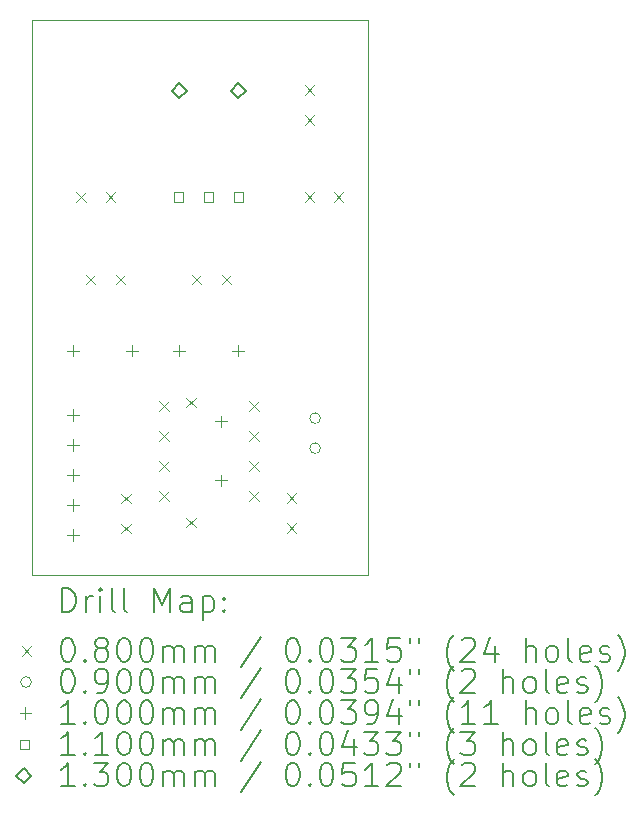
<source format=gbr>
%TF.GenerationSoftware,KiCad,Pcbnew,9.0.6*%
%TF.CreationDate,2025-11-06T07:25:22-05:00*%
%TF.ProjectId,pic-rylr998-01,7069632d-7279-46c7-9239-39382d30312e,rev?*%
%TF.SameCoordinates,Original*%
%TF.FileFunction,Drillmap*%
%TF.FilePolarity,Positive*%
%FSLAX45Y45*%
G04 Gerber Fmt 4.5, Leading zero omitted, Abs format (unit mm)*
G04 Created by KiCad (PCBNEW 9.0.6) date 2025-11-06 07:25:22*
%MOMM*%
%LPD*%
G01*
G04 APERTURE LIST*
%ADD10C,0.050000*%
%ADD11C,0.200000*%
%ADD12C,0.100000*%
%ADD13C,0.110000*%
%ADD14C,0.130000*%
G04 APERTURE END LIST*
D10*
X15900000Y-11850000D02*
X18750000Y-11850000D01*
X15900000Y-7150000D02*
X15900000Y-11850000D01*
X18750000Y-7150000D02*
X15900000Y-7150000D01*
X18750000Y-11850000D02*
X18750000Y-7150000D01*
D11*
D12*
X16278238Y-8610000D02*
X16358238Y-8690000D01*
X16358238Y-8610000D02*
X16278238Y-8690000D01*
X16356000Y-9310000D02*
X16436000Y-9390000D01*
X16436000Y-9310000D02*
X16356000Y-9390000D01*
X16528238Y-8610000D02*
X16608238Y-8690000D01*
X16608238Y-8610000D02*
X16528238Y-8690000D01*
X16610000Y-9310000D02*
X16690000Y-9390000D01*
X16690000Y-9310000D02*
X16610000Y-9390000D01*
X16660000Y-11160500D02*
X16740000Y-11240500D01*
X16740000Y-11160500D02*
X16660000Y-11240500D01*
X16660000Y-11414500D02*
X16740000Y-11494500D01*
X16740000Y-11414500D02*
X16660000Y-11494500D01*
X16979000Y-10379000D02*
X17059000Y-10459000D01*
X17059000Y-10379000D02*
X16979000Y-10459000D01*
X16979000Y-10633000D02*
X17059000Y-10713000D01*
X17059000Y-10633000D02*
X16979000Y-10713000D01*
X16979000Y-10887000D02*
X17059000Y-10967000D01*
X17059000Y-10887000D02*
X16979000Y-10967000D01*
X16979000Y-11141000D02*
X17059000Y-11221000D01*
X17059000Y-11141000D02*
X16979000Y-11221000D01*
X17210000Y-10352000D02*
X17290000Y-10432000D01*
X17290000Y-10352000D02*
X17210000Y-10432000D01*
X17210000Y-11368000D02*
X17290000Y-11448000D01*
X17290000Y-11368000D02*
X17210000Y-11448000D01*
X17256000Y-9310000D02*
X17336000Y-9390000D01*
X17336000Y-9310000D02*
X17256000Y-9390000D01*
X17510000Y-9310000D02*
X17590000Y-9390000D01*
X17590000Y-9310000D02*
X17510000Y-9390000D01*
X17741000Y-10379000D02*
X17821000Y-10459000D01*
X17821000Y-10379000D02*
X17741000Y-10459000D01*
X17741000Y-10633000D02*
X17821000Y-10713000D01*
X17821000Y-10633000D02*
X17741000Y-10713000D01*
X17741000Y-10887000D02*
X17821000Y-10967000D01*
X17821000Y-10887000D02*
X17741000Y-10967000D01*
X17741000Y-11141000D02*
X17821000Y-11221000D01*
X17821000Y-11141000D02*
X17741000Y-11221000D01*
X18060000Y-11160000D02*
X18140000Y-11240000D01*
X18140000Y-11160000D02*
X18060000Y-11240000D01*
X18060000Y-11414000D02*
X18140000Y-11494000D01*
X18140000Y-11414000D02*
X18060000Y-11494000D01*
X18210000Y-7705500D02*
X18290000Y-7785500D01*
X18290000Y-7705500D02*
X18210000Y-7785500D01*
X18210000Y-7959500D02*
X18290000Y-8039500D01*
X18290000Y-7959500D02*
X18210000Y-8039500D01*
X18210000Y-8610000D02*
X18290000Y-8690000D01*
X18290000Y-8610000D02*
X18210000Y-8690000D01*
X18460000Y-8610000D02*
X18540000Y-8690000D01*
X18540000Y-8610000D02*
X18460000Y-8690000D01*
X18345000Y-10522500D02*
G75*
G02*
X18255000Y-10522500I-45000J0D01*
G01*
X18255000Y-10522500D02*
G75*
G02*
X18345000Y-10522500I45000J0D01*
G01*
X18345000Y-10776500D02*
G75*
G02*
X18255000Y-10776500I-45000J0D01*
G01*
X18255000Y-10776500D02*
G75*
G02*
X18345000Y-10776500I45000J0D01*
G01*
X16250000Y-9900000D02*
X16250000Y-10000000D01*
X16200000Y-9950000D02*
X16300000Y-9950000D01*
X16250000Y-10446000D02*
X16250000Y-10546000D01*
X16200000Y-10496000D02*
X16300000Y-10496000D01*
X16250000Y-10700000D02*
X16250000Y-10800000D01*
X16200000Y-10750000D02*
X16300000Y-10750000D01*
X16250000Y-10954000D02*
X16250000Y-11054000D01*
X16200000Y-11004000D02*
X16300000Y-11004000D01*
X16250000Y-11208000D02*
X16250000Y-11308000D01*
X16200000Y-11258000D02*
X16300000Y-11258000D01*
X16250000Y-11462000D02*
X16250000Y-11562000D01*
X16200000Y-11512000D02*
X16300000Y-11512000D01*
X16750000Y-9900000D02*
X16750000Y-10000000D01*
X16700000Y-9950000D02*
X16800000Y-9950000D01*
X17150000Y-9900000D02*
X17150000Y-10000000D01*
X17100000Y-9950000D02*
X17200000Y-9950000D01*
X17500000Y-10500000D02*
X17500000Y-10600000D01*
X17450000Y-10550000D02*
X17550000Y-10550000D01*
X17500000Y-11000000D02*
X17500000Y-11100000D01*
X17450000Y-11050000D02*
X17550000Y-11050000D01*
X17650000Y-9900000D02*
X17650000Y-10000000D01*
X17600000Y-9950000D02*
X17700000Y-9950000D01*
D13*
X17180891Y-8688891D02*
X17180891Y-8611109D01*
X17103109Y-8611109D01*
X17103109Y-8688891D01*
X17180891Y-8688891D01*
X17434891Y-8688891D02*
X17434891Y-8611109D01*
X17357109Y-8611109D01*
X17357109Y-8688891D01*
X17434891Y-8688891D01*
X17688891Y-8688891D02*
X17688891Y-8611109D01*
X17611109Y-8611109D01*
X17611109Y-8688891D01*
X17688891Y-8688891D01*
D14*
X17150000Y-7815000D02*
X17215000Y-7750000D01*
X17150000Y-7685000D01*
X17085000Y-7750000D01*
X17150000Y-7815000D01*
X17650000Y-7815000D02*
X17715000Y-7750000D01*
X17650000Y-7685000D01*
X17585000Y-7750000D01*
X17650000Y-7815000D01*
D11*
X16158277Y-12163984D02*
X16158277Y-11963984D01*
X16158277Y-11963984D02*
X16205896Y-11963984D01*
X16205896Y-11963984D02*
X16234467Y-11973508D01*
X16234467Y-11973508D02*
X16253515Y-11992555D01*
X16253515Y-11992555D02*
X16263039Y-12011603D01*
X16263039Y-12011603D02*
X16272562Y-12049698D01*
X16272562Y-12049698D02*
X16272562Y-12078269D01*
X16272562Y-12078269D02*
X16263039Y-12116365D01*
X16263039Y-12116365D02*
X16253515Y-12135412D01*
X16253515Y-12135412D02*
X16234467Y-12154460D01*
X16234467Y-12154460D02*
X16205896Y-12163984D01*
X16205896Y-12163984D02*
X16158277Y-12163984D01*
X16358277Y-12163984D02*
X16358277Y-12030650D01*
X16358277Y-12068746D02*
X16367801Y-12049698D01*
X16367801Y-12049698D02*
X16377324Y-12040174D01*
X16377324Y-12040174D02*
X16396372Y-12030650D01*
X16396372Y-12030650D02*
X16415420Y-12030650D01*
X16482086Y-12163984D02*
X16482086Y-12030650D01*
X16482086Y-11963984D02*
X16472562Y-11973508D01*
X16472562Y-11973508D02*
X16482086Y-11983031D01*
X16482086Y-11983031D02*
X16491610Y-11973508D01*
X16491610Y-11973508D02*
X16482086Y-11963984D01*
X16482086Y-11963984D02*
X16482086Y-11983031D01*
X16605896Y-12163984D02*
X16586848Y-12154460D01*
X16586848Y-12154460D02*
X16577324Y-12135412D01*
X16577324Y-12135412D02*
X16577324Y-11963984D01*
X16710658Y-12163984D02*
X16691610Y-12154460D01*
X16691610Y-12154460D02*
X16682086Y-12135412D01*
X16682086Y-12135412D02*
X16682086Y-11963984D01*
X16939229Y-12163984D02*
X16939229Y-11963984D01*
X16939229Y-11963984D02*
X17005896Y-12106841D01*
X17005896Y-12106841D02*
X17072563Y-11963984D01*
X17072563Y-11963984D02*
X17072563Y-12163984D01*
X17253515Y-12163984D02*
X17253515Y-12059222D01*
X17253515Y-12059222D02*
X17243991Y-12040174D01*
X17243991Y-12040174D02*
X17224944Y-12030650D01*
X17224944Y-12030650D02*
X17186848Y-12030650D01*
X17186848Y-12030650D02*
X17167801Y-12040174D01*
X17253515Y-12154460D02*
X17234467Y-12163984D01*
X17234467Y-12163984D02*
X17186848Y-12163984D01*
X17186848Y-12163984D02*
X17167801Y-12154460D01*
X17167801Y-12154460D02*
X17158277Y-12135412D01*
X17158277Y-12135412D02*
X17158277Y-12116365D01*
X17158277Y-12116365D02*
X17167801Y-12097317D01*
X17167801Y-12097317D02*
X17186848Y-12087793D01*
X17186848Y-12087793D02*
X17234467Y-12087793D01*
X17234467Y-12087793D02*
X17253515Y-12078269D01*
X17348753Y-12030650D02*
X17348753Y-12230650D01*
X17348753Y-12040174D02*
X17367801Y-12030650D01*
X17367801Y-12030650D02*
X17405896Y-12030650D01*
X17405896Y-12030650D02*
X17424944Y-12040174D01*
X17424944Y-12040174D02*
X17434467Y-12049698D01*
X17434467Y-12049698D02*
X17443991Y-12068746D01*
X17443991Y-12068746D02*
X17443991Y-12125888D01*
X17443991Y-12125888D02*
X17434467Y-12144936D01*
X17434467Y-12144936D02*
X17424944Y-12154460D01*
X17424944Y-12154460D02*
X17405896Y-12163984D01*
X17405896Y-12163984D02*
X17367801Y-12163984D01*
X17367801Y-12163984D02*
X17348753Y-12154460D01*
X17529705Y-12144936D02*
X17539229Y-12154460D01*
X17539229Y-12154460D02*
X17529705Y-12163984D01*
X17529705Y-12163984D02*
X17520182Y-12154460D01*
X17520182Y-12154460D02*
X17529705Y-12144936D01*
X17529705Y-12144936D02*
X17529705Y-12163984D01*
X17529705Y-12040174D02*
X17539229Y-12049698D01*
X17539229Y-12049698D02*
X17529705Y-12059222D01*
X17529705Y-12059222D02*
X17520182Y-12049698D01*
X17520182Y-12049698D02*
X17529705Y-12040174D01*
X17529705Y-12040174D02*
X17529705Y-12059222D01*
D12*
X15817500Y-12452500D02*
X15897500Y-12532500D01*
X15897500Y-12452500D02*
X15817500Y-12532500D01*
D11*
X16196372Y-12383984D02*
X16215420Y-12383984D01*
X16215420Y-12383984D02*
X16234467Y-12393508D01*
X16234467Y-12393508D02*
X16243991Y-12403031D01*
X16243991Y-12403031D02*
X16253515Y-12422079D01*
X16253515Y-12422079D02*
X16263039Y-12460174D01*
X16263039Y-12460174D02*
X16263039Y-12507793D01*
X16263039Y-12507793D02*
X16253515Y-12545888D01*
X16253515Y-12545888D02*
X16243991Y-12564936D01*
X16243991Y-12564936D02*
X16234467Y-12574460D01*
X16234467Y-12574460D02*
X16215420Y-12583984D01*
X16215420Y-12583984D02*
X16196372Y-12583984D01*
X16196372Y-12583984D02*
X16177324Y-12574460D01*
X16177324Y-12574460D02*
X16167801Y-12564936D01*
X16167801Y-12564936D02*
X16158277Y-12545888D01*
X16158277Y-12545888D02*
X16148753Y-12507793D01*
X16148753Y-12507793D02*
X16148753Y-12460174D01*
X16148753Y-12460174D02*
X16158277Y-12422079D01*
X16158277Y-12422079D02*
X16167801Y-12403031D01*
X16167801Y-12403031D02*
X16177324Y-12393508D01*
X16177324Y-12393508D02*
X16196372Y-12383984D01*
X16348753Y-12564936D02*
X16358277Y-12574460D01*
X16358277Y-12574460D02*
X16348753Y-12583984D01*
X16348753Y-12583984D02*
X16339229Y-12574460D01*
X16339229Y-12574460D02*
X16348753Y-12564936D01*
X16348753Y-12564936D02*
X16348753Y-12583984D01*
X16472562Y-12469698D02*
X16453515Y-12460174D01*
X16453515Y-12460174D02*
X16443991Y-12450650D01*
X16443991Y-12450650D02*
X16434467Y-12431603D01*
X16434467Y-12431603D02*
X16434467Y-12422079D01*
X16434467Y-12422079D02*
X16443991Y-12403031D01*
X16443991Y-12403031D02*
X16453515Y-12393508D01*
X16453515Y-12393508D02*
X16472562Y-12383984D01*
X16472562Y-12383984D02*
X16510658Y-12383984D01*
X16510658Y-12383984D02*
X16529705Y-12393508D01*
X16529705Y-12393508D02*
X16539229Y-12403031D01*
X16539229Y-12403031D02*
X16548753Y-12422079D01*
X16548753Y-12422079D02*
X16548753Y-12431603D01*
X16548753Y-12431603D02*
X16539229Y-12450650D01*
X16539229Y-12450650D02*
X16529705Y-12460174D01*
X16529705Y-12460174D02*
X16510658Y-12469698D01*
X16510658Y-12469698D02*
X16472562Y-12469698D01*
X16472562Y-12469698D02*
X16453515Y-12479222D01*
X16453515Y-12479222D02*
X16443991Y-12488746D01*
X16443991Y-12488746D02*
X16434467Y-12507793D01*
X16434467Y-12507793D02*
X16434467Y-12545888D01*
X16434467Y-12545888D02*
X16443991Y-12564936D01*
X16443991Y-12564936D02*
X16453515Y-12574460D01*
X16453515Y-12574460D02*
X16472562Y-12583984D01*
X16472562Y-12583984D02*
X16510658Y-12583984D01*
X16510658Y-12583984D02*
X16529705Y-12574460D01*
X16529705Y-12574460D02*
X16539229Y-12564936D01*
X16539229Y-12564936D02*
X16548753Y-12545888D01*
X16548753Y-12545888D02*
X16548753Y-12507793D01*
X16548753Y-12507793D02*
X16539229Y-12488746D01*
X16539229Y-12488746D02*
X16529705Y-12479222D01*
X16529705Y-12479222D02*
X16510658Y-12469698D01*
X16672562Y-12383984D02*
X16691610Y-12383984D01*
X16691610Y-12383984D02*
X16710658Y-12393508D01*
X16710658Y-12393508D02*
X16720182Y-12403031D01*
X16720182Y-12403031D02*
X16729705Y-12422079D01*
X16729705Y-12422079D02*
X16739229Y-12460174D01*
X16739229Y-12460174D02*
X16739229Y-12507793D01*
X16739229Y-12507793D02*
X16729705Y-12545888D01*
X16729705Y-12545888D02*
X16720182Y-12564936D01*
X16720182Y-12564936D02*
X16710658Y-12574460D01*
X16710658Y-12574460D02*
X16691610Y-12583984D01*
X16691610Y-12583984D02*
X16672562Y-12583984D01*
X16672562Y-12583984D02*
X16653515Y-12574460D01*
X16653515Y-12574460D02*
X16643991Y-12564936D01*
X16643991Y-12564936D02*
X16634467Y-12545888D01*
X16634467Y-12545888D02*
X16624943Y-12507793D01*
X16624943Y-12507793D02*
X16624943Y-12460174D01*
X16624943Y-12460174D02*
X16634467Y-12422079D01*
X16634467Y-12422079D02*
X16643991Y-12403031D01*
X16643991Y-12403031D02*
X16653515Y-12393508D01*
X16653515Y-12393508D02*
X16672562Y-12383984D01*
X16863039Y-12383984D02*
X16882086Y-12383984D01*
X16882086Y-12383984D02*
X16901134Y-12393508D01*
X16901134Y-12393508D02*
X16910658Y-12403031D01*
X16910658Y-12403031D02*
X16920182Y-12422079D01*
X16920182Y-12422079D02*
X16929705Y-12460174D01*
X16929705Y-12460174D02*
X16929705Y-12507793D01*
X16929705Y-12507793D02*
X16920182Y-12545888D01*
X16920182Y-12545888D02*
X16910658Y-12564936D01*
X16910658Y-12564936D02*
X16901134Y-12574460D01*
X16901134Y-12574460D02*
X16882086Y-12583984D01*
X16882086Y-12583984D02*
X16863039Y-12583984D01*
X16863039Y-12583984D02*
X16843991Y-12574460D01*
X16843991Y-12574460D02*
X16834467Y-12564936D01*
X16834467Y-12564936D02*
X16824944Y-12545888D01*
X16824944Y-12545888D02*
X16815420Y-12507793D01*
X16815420Y-12507793D02*
X16815420Y-12460174D01*
X16815420Y-12460174D02*
X16824944Y-12422079D01*
X16824944Y-12422079D02*
X16834467Y-12403031D01*
X16834467Y-12403031D02*
X16843991Y-12393508D01*
X16843991Y-12393508D02*
X16863039Y-12383984D01*
X17015420Y-12583984D02*
X17015420Y-12450650D01*
X17015420Y-12469698D02*
X17024944Y-12460174D01*
X17024944Y-12460174D02*
X17043991Y-12450650D01*
X17043991Y-12450650D02*
X17072563Y-12450650D01*
X17072563Y-12450650D02*
X17091610Y-12460174D01*
X17091610Y-12460174D02*
X17101134Y-12479222D01*
X17101134Y-12479222D02*
X17101134Y-12583984D01*
X17101134Y-12479222D02*
X17110658Y-12460174D01*
X17110658Y-12460174D02*
X17129705Y-12450650D01*
X17129705Y-12450650D02*
X17158277Y-12450650D01*
X17158277Y-12450650D02*
X17177325Y-12460174D01*
X17177325Y-12460174D02*
X17186848Y-12479222D01*
X17186848Y-12479222D02*
X17186848Y-12583984D01*
X17282086Y-12583984D02*
X17282086Y-12450650D01*
X17282086Y-12469698D02*
X17291610Y-12460174D01*
X17291610Y-12460174D02*
X17310658Y-12450650D01*
X17310658Y-12450650D02*
X17339229Y-12450650D01*
X17339229Y-12450650D02*
X17358277Y-12460174D01*
X17358277Y-12460174D02*
X17367801Y-12479222D01*
X17367801Y-12479222D02*
X17367801Y-12583984D01*
X17367801Y-12479222D02*
X17377325Y-12460174D01*
X17377325Y-12460174D02*
X17396372Y-12450650D01*
X17396372Y-12450650D02*
X17424944Y-12450650D01*
X17424944Y-12450650D02*
X17443991Y-12460174D01*
X17443991Y-12460174D02*
X17453515Y-12479222D01*
X17453515Y-12479222D02*
X17453515Y-12583984D01*
X17843991Y-12374460D02*
X17672563Y-12631603D01*
X18101134Y-12383984D02*
X18120182Y-12383984D01*
X18120182Y-12383984D02*
X18139229Y-12393508D01*
X18139229Y-12393508D02*
X18148753Y-12403031D01*
X18148753Y-12403031D02*
X18158277Y-12422079D01*
X18158277Y-12422079D02*
X18167801Y-12460174D01*
X18167801Y-12460174D02*
X18167801Y-12507793D01*
X18167801Y-12507793D02*
X18158277Y-12545888D01*
X18158277Y-12545888D02*
X18148753Y-12564936D01*
X18148753Y-12564936D02*
X18139229Y-12574460D01*
X18139229Y-12574460D02*
X18120182Y-12583984D01*
X18120182Y-12583984D02*
X18101134Y-12583984D01*
X18101134Y-12583984D02*
X18082087Y-12574460D01*
X18082087Y-12574460D02*
X18072563Y-12564936D01*
X18072563Y-12564936D02*
X18063039Y-12545888D01*
X18063039Y-12545888D02*
X18053515Y-12507793D01*
X18053515Y-12507793D02*
X18053515Y-12460174D01*
X18053515Y-12460174D02*
X18063039Y-12422079D01*
X18063039Y-12422079D02*
X18072563Y-12403031D01*
X18072563Y-12403031D02*
X18082087Y-12393508D01*
X18082087Y-12393508D02*
X18101134Y-12383984D01*
X18253515Y-12564936D02*
X18263039Y-12574460D01*
X18263039Y-12574460D02*
X18253515Y-12583984D01*
X18253515Y-12583984D02*
X18243991Y-12574460D01*
X18243991Y-12574460D02*
X18253515Y-12564936D01*
X18253515Y-12564936D02*
X18253515Y-12583984D01*
X18386848Y-12383984D02*
X18405896Y-12383984D01*
X18405896Y-12383984D02*
X18424944Y-12393508D01*
X18424944Y-12393508D02*
X18434468Y-12403031D01*
X18434468Y-12403031D02*
X18443991Y-12422079D01*
X18443991Y-12422079D02*
X18453515Y-12460174D01*
X18453515Y-12460174D02*
X18453515Y-12507793D01*
X18453515Y-12507793D02*
X18443991Y-12545888D01*
X18443991Y-12545888D02*
X18434468Y-12564936D01*
X18434468Y-12564936D02*
X18424944Y-12574460D01*
X18424944Y-12574460D02*
X18405896Y-12583984D01*
X18405896Y-12583984D02*
X18386848Y-12583984D01*
X18386848Y-12583984D02*
X18367801Y-12574460D01*
X18367801Y-12574460D02*
X18358277Y-12564936D01*
X18358277Y-12564936D02*
X18348753Y-12545888D01*
X18348753Y-12545888D02*
X18339229Y-12507793D01*
X18339229Y-12507793D02*
X18339229Y-12460174D01*
X18339229Y-12460174D02*
X18348753Y-12422079D01*
X18348753Y-12422079D02*
X18358277Y-12403031D01*
X18358277Y-12403031D02*
X18367801Y-12393508D01*
X18367801Y-12393508D02*
X18386848Y-12383984D01*
X18520182Y-12383984D02*
X18643991Y-12383984D01*
X18643991Y-12383984D02*
X18577325Y-12460174D01*
X18577325Y-12460174D02*
X18605896Y-12460174D01*
X18605896Y-12460174D02*
X18624944Y-12469698D01*
X18624944Y-12469698D02*
X18634468Y-12479222D01*
X18634468Y-12479222D02*
X18643991Y-12498269D01*
X18643991Y-12498269D02*
X18643991Y-12545888D01*
X18643991Y-12545888D02*
X18634468Y-12564936D01*
X18634468Y-12564936D02*
X18624944Y-12574460D01*
X18624944Y-12574460D02*
X18605896Y-12583984D01*
X18605896Y-12583984D02*
X18548753Y-12583984D01*
X18548753Y-12583984D02*
X18529706Y-12574460D01*
X18529706Y-12574460D02*
X18520182Y-12564936D01*
X18834468Y-12583984D02*
X18720182Y-12583984D01*
X18777325Y-12583984D02*
X18777325Y-12383984D01*
X18777325Y-12383984D02*
X18758277Y-12412555D01*
X18758277Y-12412555D02*
X18739229Y-12431603D01*
X18739229Y-12431603D02*
X18720182Y-12441127D01*
X19015420Y-12383984D02*
X18920182Y-12383984D01*
X18920182Y-12383984D02*
X18910658Y-12479222D01*
X18910658Y-12479222D02*
X18920182Y-12469698D01*
X18920182Y-12469698D02*
X18939229Y-12460174D01*
X18939229Y-12460174D02*
X18986849Y-12460174D01*
X18986849Y-12460174D02*
X19005896Y-12469698D01*
X19005896Y-12469698D02*
X19015420Y-12479222D01*
X19015420Y-12479222D02*
X19024944Y-12498269D01*
X19024944Y-12498269D02*
X19024944Y-12545888D01*
X19024944Y-12545888D02*
X19015420Y-12564936D01*
X19015420Y-12564936D02*
X19005896Y-12574460D01*
X19005896Y-12574460D02*
X18986849Y-12583984D01*
X18986849Y-12583984D02*
X18939229Y-12583984D01*
X18939229Y-12583984D02*
X18920182Y-12574460D01*
X18920182Y-12574460D02*
X18910658Y-12564936D01*
X19101134Y-12383984D02*
X19101134Y-12422079D01*
X19177325Y-12383984D02*
X19177325Y-12422079D01*
X19472563Y-12660174D02*
X19463039Y-12650650D01*
X19463039Y-12650650D02*
X19443991Y-12622079D01*
X19443991Y-12622079D02*
X19434468Y-12603031D01*
X19434468Y-12603031D02*
X19424944Y-12574460D01*
X19424944Y-12574460D02*
X19415420Y-12526841D01*
X19415420Y-12526841D02*
X19415420Y-12488746D01*
X19415420Y-12488746D02*
X19424944Y-12441127D01*
X19424944Y-12441127D02*
X19434468Y-12412555D01*
X19434468Y-12412555D02*
X19443991Y-12393508D01*
X19443991Y-12393508D02*
X19463039Y-12364936D01*
X19463039Y-12364936D02*
X19472563Y-12355412D01*
X19539230Y-12403031D02*
X19548753Y-12393508D01*
X19548753Y-12393508D02*
X19567801Y-12383984D01*
X19567801Y-12383984D02*
X19615420Y-12383984D01*
X19615420Y-12383984D02*
X19634468Y-12393508D01*
X19634468Y-12393508D02*
X19643991Y-12403031D01*
X19643991Y-12403031D02*
X19653515Y-12422079D01*
X19653515Y-12422079D02*
X19653515Y-12441127D01*
X19653515Y-12441127D02*
X19643991Y-12469698D01*
X19643991Y-12469698D02*
X19529706Y-12583984D01*
X19529706Y-12583984D02*
X19653515Y-12583984D01*
X19824944Y-12450650D02*
X19824944Y-12583984D01*
X19777325Y-12374460D02*
X19729706Y-12517317D01*
X19729706Y-12517317D02*
X19853515Y-12517317D01*
X20082087Y-12583984D02*
X20082087Y-12383984D01*
X20167801Y-12583984D02*
X20167801Y-12479222D01*
X20167801Y-12479222D02*
X20158277Y-12460174D01*
X20158277Y-12460174D02*
X20139230Y-12450650D01*
X20139230Y-12450650D02*
X20110658Y-12450650D01*
X20110658Y-12450650D02*
X20091611Y-12460174D01*
X20091611Y-12460174D02*
X20082087Y-12469698D01*
X20291611Y-12583984D02*
X20272563Y-12574460D01*
X20272563Y-12574460D02*
X20263039Y-12564936D01*
X20263039Y-12564936D02*
X20253515Y-12545888D01*
X20253515Y-12545888D02*
X20253515Y-12488746D01*
X20253515Y-12488746D02*
X20263039Y-12469698D01*
X20263039Y-12469698D02*
X20272563Y-12460174D01*
X20272563Y-12460174D02*
X20291611Y-12450650D01*
X20291611Y-12450650D02*
X20320182Y-12450650D01*
X20320182Y-12450650D02*
X20339230Y-12460174D01*
X20339230Y-12460174D02*
X20348753Y-12469698D01*
X20348753Y-12469698D02*
X20358277Y-12488746D01*
X20358277Y-12488746D02*
X20358277Y-12545888D01*
X20358277Y-12545888D02*
X20348753Y-12564936D01*
X20348753Y-12564936D02*
X20339230Y-12574460D01*
X20339230Y-12574460D02*
X20320182Y-12583984D01*
X20320182Y-12583984D02*
X20291611Y-12583984D01*
X20472563Y-12583984D02*
X20453515Y-12574460D01*
X20453515Y-12574460D02*
X20443992Y-12555412D01*
X20443992Y-12555412D02*
X20443992Y-12383984D01*
X20624944Y-12574460D02*
X20605896Y-12583984D01*
X20605896Y-12583984D02*
X20567801Y-12583984D01*
X20567801Y-12583984D02*
X20548753Y-12574460D01*
X20548753Y-12574460D02*
X20539230Y-12555412D01*
X20539230Y-12555412D02*
X20539230Y-12479222D01*
X20539230Y-12479222D02*
X20548753Y-12460174D01*
X20548753Y-12460174D02*
X20567801Y-12450650D01*
X20567801Y-12450650D02*
X20605896Y-12450650D01*
X20605896Y-12450650D02*
X20624944Y-12460174D01*
X20624944Y-12460174D02*
X20634468Y-12479222D01*
X20634468Y-12479222D02*
X20634468Y-12498269D01*
X20634468Y-12498269D02*
X20539230Y-12517317D01*
X20710658Y-12574460D02*
X20729706Y-12583984D01*
X20729706Y-12583984D02*
X20767801Y-12583984D01*
X20767801Y-12583984D02*
X20786849Y-12574460D01*
X20786849Y-12574460D02*
X20796373Y-12555412D01*
X20796373Y-12555412D02*
X20796373Y-12545888D01*
X20796373Y-12545888D02*
X20786849Y-12526841D01*
X20786849Y-12526841D02*
X20767801Y-12517317D01*
X20767801Y-12517317D02*
X20739230Y-12517317D01*
X20739230Y-12517317D02*
X20720182Y-12507793D01*
X20720182Y-12507793D02*
X20710658Y-12488746D01*
X20710658Y-12488746D02*
X20710658Y-12479222D01*
X20710658Y-12479222D02*
X20720182Y-12460174D01*
X20720182Y-12460174D02*
X20739230Y-12450650D01*
X20739230Y-12450650D02*
X20767801Y-12450650D01*
X20767801Y-12450650D02*
X20786849Y-12460174D01*
X20863039Y-12660174D02*
X20872563Y-12650650D01*
X20872563Y-12650650D02*
X20891611Y-12622079D01*
X20891611Y-12622079D02*
X20901134Y-12603031D01*
X20901134Y-12603031D02*
X20910658Y-12574460D01*
X20910658Y-12574460D02*
X20920182Y-12526841D01*
X20920182Y-12526841D02*
X20920182Y-12488746D01*
X20920182Y-12488746D02*
X20910658Y-12441127D01*
X20910658Y-12441127D02*
X20901134Y-12412555D01*
X20901134Y-12412555D02*
X20891611Y-12393508D01*
X20891611Y-12393508D02*
X20872563Y-12364936D01*
X20872563Y-12364936D02*
X20863039Y-12355412D01*
D12*
X15897500Y-12756500D02*
G75*
G02*
X15807500Y-12756500I-45000J0D01*
G01*
X15807500Y-12756500D02*
G75*
G02*
X15897500Y-12756500I45000J0D01*
G01*
D11*
X16196372Y-12647984D02*
X16215420Y-12647984D01*
X16215420Y-12647984D02*
X16234467Y-12657508D01*
X16234467Y-12657508D02*
X16243991Y-12667031D01*
X16243991Y-12667031D02*
X16253515Y-12686079D01*
X16253515Y-12686079D02*
X16263039Y-12724174D01*
X16263039Y-12724174D02*
X16263039Y-12771793D01*
X16263039Y-12771793D02*
X16253515Y-12809888D01*
X16253515Y-12809888D02*
X16243991Y-12828936D01*
X16243991Y-12828936D02*
X16234467Y-12838460D01*
X16234467Y-12838460D02*
X16215420Y-12847984D01*
X16215420Y-12847984D02*
X16196372Y-12847984D01*
X16196372Y-12847984D02*
X16177324Y-12838460D01*
X16177324Y-12838460D02*
X16167801Y-12828936D01*
X16167801Y-12828936D02*
X16158277Y-12809888D01*
X16158277Y-12809888D02*
X16148753Y-12771793D01*
X16148753Y-12771793D02*
X16148753Y-12724174D01*
X16148753Y-12724174D02*
X16158277Y-12686079D01*
X16158277Y-12686079D02*
X16167801Y-12667031D01*
X16167801Y-12667031D02*
X16177324Y-12657508D01*
X16177324Y-12657508D02*
X16196372Y-12647984D01*
X16348753Y-12828936D02*
X16358277Y-12838460D01*
X16358277Y-12838460D02*
X16348753Y-12847984D01*
X16348753Y-12847984D02*
X16339229Y-12838460D01*
X16339229Y-12838460D02*
X16348753Y-12828936D01*
X16348753Y-12828936D02*
X16348753Y-12847984D01*
X16453515Y-12847984D02*
X16491610Y-12847984D01*
X16491610Y-12847984D02*
X16510658Y-12838460D01*
X16510658Y-12838460D02*
X16520182Y-12828936D01*
X16520182Y-12828936D02*
X16539229Y-12800365D01*
X16539229Y-12800365D02*
X16548753Y-12762269D01*
X16548753Y-12762269D02*
X16548753Y-12686079D01*
X16548753Y-12686079D02*
X16539229Y-12667031D01*
X16539229Y-12667031D02*
X16529705Y-12657508D01*
X16529705Y-12657508D02*
X16510658Y-12647984D01*
X16510658Y-12647984D02*
X16472562Y-12647984D01*
X16472562Y-12647984D02*
X16453515Y-12657508D01*
X16453515Y-12657508D02*
X16443991Y-12667031D01*
X16443991Y-12667031D02*
X16434467Y-12686079D01*
X16434467Y-12686079D02*
X16434467Y-12733698D01*
X16434467Y-12733698D02*
X16443991Y-12752746D01*
X16443991Y-12752746D02*
X16453515Y-12762269D01*
X16453515Y-12762269D02*
X16472562Y-12771793D01*
X16472562Y-12771793D02*
X16510658Y-12771793D01*
X16510658Y-12771793D02*
X16529705Y-12762269D01*
X16529705Y-12762269D02*
X16539229Y-12752746D01*
X16539229Y-12752746D02*
X16548753Y-12733698D01*
X16672562Y-12647984D02*
X16691610Y-12647984D01*
X16691610Y-12647984D02*
X16710658Y-12657508D01*
X16710658Y-12657508D02*
X16720182Y-12667031D01*
X16720182Y-12667031D02*
X16729705Y-12686079D01*
X16729705Y-12686079D02*
X16739229Y-12724174D01*
X16739229Y-12724174D02*
X16739229Y-12771793D01*
X16739229Y-12771793D02*
X16729705Y-12809888D01*
X16729705Y-12809888D02*
X16720182Y-12828936D01*
X16720182Y-12828936D02*
X16710658Y-12838460D01*
X16710658Y-12838460D02*
X16691610Y-12847984D01*
X16691610Y-12847984D02*
X16672562Y-12847984D01*
X16672562Y-12847984D02*
X16653515Y-12838460D01*
X16653515Y-12838460D02*
X16643991Y-12828936D01*
X16643991Y-12828936D02*
X16634467Y-12809888D01*
X16634467Y-12809888D02*
X16624943Y-12771793D01*
X16624943Y-12771793D02*
X16624943Y-12724174D01*
X16624943Y-12724174D02*
X16634467Y-12686079D01*
X16634467Y-12686079D02*
X16643991Y-12667031D01*
X16643991Y-12667031D02*
X16653515Y-12657508D01*
X16653515Y-12657508D02*
X16672562Y-12647984D01*
X16863039Y-12647984D02*
X16882086Y-12647984D01*
X16882086Y-12647984D02*
X16901134Y-12657508D01*
X16901134Y-12657508D02*
X16910658Y-12667031D01*
X16910658Y-12667031D02*
X16920182Y-12686079D01*
X16920182Y-12686079D02*
X16929705Y-12724174D01*
X16929705Y-12724174D02*
X16929705Y-12771793D01*
X16929705Y-12771793D02*
X16920182Y-12809888D01*
X16920182Y-12809888D02*
X16910658Y-12828936D01*
X16910658Y-12828936D02*
X16901134Y-12838460D01*
X16901134Y-12838460D02*
X16882086Y-12847984D01*
X16882086Y-12847984D02*
X16863039Y-12847984D01*
X16863039Y-12847984D02*
X16843991Y-12838460D01*
X16843991Y-12838460D02*
X16834467Y-12828936D01*
X16834467Y-12828936D02*
X16824944Y-12809888D01*
X16824944Y-12809888D02*
X16815420Y-12771793D01*
X16815420Y-12771793D02*
X16815420Y-12724174D01*
X16815420Y-12724174D02*
X16824944Y-12686079D01*
X16824944Y-12686079D02*
X16834467Y-12667031D01*
X16834467Y-12667031D02*
X16843991Y-12657508D01*
X16843991Y-12657508D02*
X16863039Y-12647984D01*
X17015420Y-12847984D02*
X17015420Y-12714650D01*
X17015420Y-12733698D02*
X17024944Y-12724174D01*
X17024944Y-12724174D02*
X17043991Y-12714650D01*
X17043991Y-12714650D02*
X17072563Y-12714650D01*
X17072563Y-12714650D02*
X17091610Y-12724174D01*
X17091610Y-12724174D02*
X17101134Y-12743222D01*
X17101134Y-12743222D02*
X17101134Y-12847984D01*
X17101134Y-12743222D02*
X17110658Y-12724174D01*
X17110658Y-12724174D02*
X17129705Y-12714650D01*
X17129705Y-12714650D02*
X17158277Y-12714650D01*
X17158277Y-12714650D02*
X17177325Y-12724174D01*
X17177325Y-12724174D02*
X17186848Y-12743222D01*
X17186848Y-12743222D02*
X17186848Y-12847984D01*
X17282086Y-12847984D02*
X17282086Y-12714650D01*
X17282086Y-12733698D02*
X17291610Y-12724174D01*
X17291610Y-12724174D02*
X17310658Y-12714650D01*
X17310658Y-12714650D02*
X17339229Y-12714650D01*
X17339229Y-12714650D02*
X17358277Y-12724174D01*
X17358277Y-12724174D02*
X17367801Y-12743222D01*
X17367801Y-12743222D02*
X17367801Y-12847984D01*
X17367801Y-12743222D02*
X17377325Y-12724174D01*
X17377325Y-12724174D02*
X17396372Y-12714650D01*
X17396372Y-12714650D02*
X17424944Y-12714650D01*
X17424944Y-12714650D02*
X17443991Y-12724174D01*
X17443991Y-12724174D02*
X17453515Y-12743222D01*
X17453515Y-12743222D02*
X17453515Y-12847984D01*
X17843991Y-12638460D02*
X17672563Y-12895603D01*
X18101134Y-12647984D02*
X18120182Y-12647984D01*
X18120182Y-12647984D02*
X18139229Y-12657508D01*
X18139229Y-12657508D02*
X18148753Y-12667031D01*
X18148753Y-12667031D02*
X18158277Y-12686079D01*
X18158277Y-12686079D02*
X18167801Y-12724174D01*
X18167801Y-12724174D02*
X18167801Y-12771793D01*
X18167801Y-12771793D02*
X18158277Y-12809888D01*
X18158277Y-12809888D02*
X18148753Y-12828936D01*
X18148753Y-12828936D02*
X18139229Y-12838460D01*
X18139229Y-12838460D02*
X18120182Y-12847984D01*
X18120182Y-12847984D02*
X18101134Y-12847984D01*
X18101134Y-12847984D02*
X18082087Y-12838460D01*
X18082087Y-12838460D02*
X18072563Y-12828936D01*
X18072563Y-12828936D02*
X18063039Y-12809888D01*
X18063039Y-12809888D02*
X18053515Y-12771793D01*
X18053515Y-12771793D02*
X18053515Y-12724174D01*
X18053515Y-12724174D02*
X18063039Y-12686079D01*
X18063039Y-12686079D02*
X18072563Y-12667031D01*
X18072563Y-12667031D02*
X18082087Y-12657508D01*
X18082087Y-12657508D02*
X18101134Y-12647984D01*
X18253515Y-12828936D02*
X18263039Y-12838460D01*
X18263039Y-12838460D02*
X18253515Y-12847984D01*
X18253515Y-12847984D02*
X18243991Y-12838460D01*
X18243991Y-12838460D02*
X18253515Y-12828936D01*
X18253515Y-12828936D02*
X18253515Y-12847984D01*
X18386848Y-12647984D02*
X18405896Y-12647984D01*
X18405896Y-12647984D02*
X18424944Y-12657508D01*
X18424944Y-12657508D02*
X18434468Y-12667031D01*
X18434468Y-12667031D02*
X18443991Y-12686079D01*
X18443991Y-12686079D02*
X18453515Y-12724174D01*
X18453515Y-12724174D02*
X18453515Y-12771793D01*
X18453515Y-12771793D02*
X18443991Y-12809888D01*
X18443991Y-12809888D02*
X18434468Y-12828936D01*
X18434468Y-12828936D02*
X18424944Y-12838460D01*
X18424944Y-12838460D02*
X18405896Y-12847984D01*
X18405896Y-12847984D02*
X18386848Y-12847984D01*
X18386848Y-12847984D02*
X18367801Y-12838460D01*
X18367801Y-12838460D02*
X18358277Y-12828936D01*
X18358277Y-12828936D02*
X18348753Y-12809888D01*
X18348753Y-12809888D02*
X18339229Y-12771793D01*
X18339229Y-12771793D02*
X18339229Y-12724174D01*
X18339229Y-12724174D02*
X18348753Y-12686079D01*
X18348753Y-12686079D02*
X18358277Y-12667031D01*
X18358277Y-12667031D02*
X18367801Y-12657508D01*
X18367801Y-12657508D02*
X18386848Y-12647984D01*
X18520182Y-12647984D02*
X18643991Y-12647984D01*
X18643991Y-12647984D02*
X18577325Y-12724174D01*
X18577325Y-12724174D02*
X18605896Y-12724174D01*
X18605896Y-12724174D02*
X18624944Y-12733698D01*
X18624944Y-12733698D02*
X18634468Y-12743222D01*
X18634468Y-12743222D02*
X18643991Y-12762269D01*
X18643991Y-12762269D02*
X18643991Y-12809888D01*
X18643991Y-12809888D02*
X18634468Y-12828936D01*
X18634468Y-12828936D02*
X18624944Y-12838460D01*
X18624944Y-12838460D02*
X18605896Y-12847984D01*
X18605896Y-12847984D02*
X18548753Y-12847984D01*
X18548753Y-12847984D02*
X18529706Y-12838460D01*
X18529706Y-12838460D02*
X18520182Y-12828936D01*
X18824944Y-12647984D02*
X18729706Y-12647984D01*
X18729706Y-12647984D02*
X18720182Y-12743222D01*
X18720182Y-12743222D02*
X18729706Y-12733698D01*
X18729706Y-12733698D02*
X18748753Y-12724174D01*
X18748753Y-12724174D02*
X18796372Y-12724174D01*
X18796372Y-12724174D02*
X18815420Y-12733698D01*
X18815420Y-12733698D02*
X18824944Y-12743222D01*
X18824944Y-12743222D02*
X18834468Y-12762269D01*
X18834468Y-12762269D02*
X18834468Y-12809888D01*
X18834468Y-12809888D02*
X18824944Y-12828936D01*
X18824944Y-12828936D02*
X18815420Y-12838460D01*
X18815420Y-12838460D02*
X18796372Y-12847984D01*
X18796372Y-12847984D02*
X18748753Y-12847984D01*
X18748753Y-12847984D02*
X18729706Y-12838460D01*
X18729706Y-12838460D02*
X18720182Y-12828936D01*
X19005896Y-12714650D02*
X19005896Y-12847984D01*
X18958277Y-12638460D02*
X18910658Y-12781317D01*
X18910658Y-12781317D02*
X19034468Y-12781317D01*
X19101134Y-12647984D02*
X19101134Y-12686079D01*
X19177325Y-12647984D02*
X19177325Y-12686079D01*
X19472563Y-12924174D02*
X19463039Y-12914650D01*
X19463039Y-12914650D02*
X19443991Y-12886079D01*
X19443991Y-12886079D02*
X19434468Y-12867031D01*
X19434468Y-12867031D02*
X19424944Y-12838460D01*
X19424944Y-12838460D02*
X19415420Y-12790841D01*
X19415420Y-12790841D02*
X19415420Y-12752746D01*
X19415420Y-12752746D02*
X19424944Y-12705127D01*
X19424944Y-12705127D02*
X19434468Y-12676555D01*
X19434468Y-12676555D02*
X19443991Y-12657508D01*
X19443991Y-12657508D02*
X19463039Y-12628936D01*
X19463039Y-12628936D02*
X19472563Y-12619412D01*
X19539230Y-12667031D02*
X19548753Y-12657508D01*
X19548753Y-12657508D02*
X19567801Y-12647984D01*
X19567801Y-12647984D02*
X19615420Y-12647984D01*
X19615420Y-12647984D02*
X19634468Y-12657508D01*
X19634468Y-12657508D02*
X19643991Y-12667031D01*
X19643991Y-12667031D02*
X19653515Y-12686079D01*
X19653515Y-12686079D02*
X19653515Y-12705127D01*
X19653515Y-12705127D02*
X19643991Y-12733698D01*
X19643991Y-12733698D02*
X19529706Y-12847984D01*
X19529706Y-12847984D02*
X19653515Y-12847984D01*
X19891611Y-12847984D02*
X19891611Y-12647984D01*
X19977325Y-12847984D02*
X19977325Y-12743222D01*
X19977325Y-12743222D02*
X19967801Y-12724174D01*
X19967801Y-12724174D02*
X19948753Y-12714650D01*
X19948753Y-12714650D02*
X19920182Y-12714650D01*
X19920182Y-12714650D02*
X19901134Y-12724174D01*
X19901134Y-12724174D02*
X19891611Y-12733698D01*
X20101134Y-12847984D02*
X20082087Y-12838460D01*
X20082087Y-12838460D02*
X20072563Y-12828936D01*
X20072563Y-12828936D02*
X20063039Y-12809888D01*
X20063039Y-12809888D02*
X20063039Y-12752746D01*
X20063039Y-12752746D02*
X20072563Y-12733698D01*
X20072563Y-12733698D02*
X20082087Y-12724174D01*
X20082087Y-12724174D02*
X20101134Y-12714650D01*
X20101134Y-12714650D02*
X20129706Y-12714650D01*
X20129706Y-12714650D02*
X20148753Y-12724174D01*
X20148753Y-12724174D02*
X20158277Y-12733698D01*
X20158277Y-12733698D02*
X20167801Y-12752746D01*
X20167801Y-12752746D02*
X20167801Y-12809888D01*
X20167801Y-12809888D02*
X20158277Y-12828936D01*
X20158277Y-12828936D02*
X20148753Y-12838460D01*
X20148753Y-12838460D02*
X20129706Y-12847984D01*
X20129706Y-12847984D02*
X20101134Y-12847984D01*
X20282087Y-12847984D02*
X20263039Y-12838460D01*
X20263039Y-12838460D02*
X20253515Y-12819412D01*
X20253515Y-12819412D02*
X20253515Y-12647984D01*
X20434468Y-12838460D02*
X20415420Y-12847984D01*
X20415420Y-12847984D02*
X20377325Y-12847984D01*
X20377325Y-12847984D02*
X20358277Y-12838460D01*
X20358277Y-12838460D02*
X20348753Y-12819412D01*
X20348753Y-12819412D02*
X20348753Y-12743222D01*
X20348753Y-12743222D02*
X20358277Y-12724174D01*
X20358277Y-12724174D02*
X20377325Y-12714650D01*
X20377325Y-12714650D02*
X20415420Y-12714650D01*
X20415420Y-12714650D02*
X20434468Y-12724174D01*
X20434468Y-12724174D02*
X20443992Y-12743222D01*
X20443992Y-12743222D02*
X20443992Y-12762269D01*
X20443992Y-12762269D02*
X20348753Y-12781317D01*
X20520182Y-12838460D02*
X20539230Y-12847984D01*
X20539230Y-12847984D02*
X20577325Y-12847984D01*
X20577325Y-12847984D02*
X20596373Y-12838460D01*
X20596373Y-12838460D02*
X20605896Y-12819412D01*
X20605896Y-12819412D02*
X20605896Y-12809888D01*
X20605896Y-12809888D02*
X20596373Y-12790841D01*
X20596373Y-12790841D02*
X20577325Y-12781317D01*
X20577325Y-12781317D02*
X20548753Y-12781317D01*
X20548753Y-12781317D02*
X20529706Y-12771793D01*
X20529706Y-12771793D02*
X20520182Y-12752746D01*
X20520182Y-12752746D02*
X20520182Y-12743222D01*
X20520182Y-12743222D02*
X20529706Y-12724174D01*
X20529706Y-12724174D02*
X20548753Y-12714650D01*
X20548753Y-12714650D02*
X20577325Y-12714650D01*
X20577325Y-12714650D02*
X20596373Y-12724174D01*
X20672563Y-12924174D02*
X20682087Y-12914650D01*
X20682087Y-12914650D02*
X20701134Y-12886079D01*
X20701134Y-12886079D02*
X20710658Y-12867031D01*
X20710658Y-12867031D02*
X20720182Y-12838460D01*
X20720182Y-12838460D02*
X20729706Y-12790841D01*
X20729706Y-12790841D02*
X20729706Y-12752746D01*
X20729706Y-12752746D02*
X20720182Y-12705127D01*
X20720182Y-12705127D02*
X20710658Y-12676555D01*
X20710658Y-12676555D02*
X20701134Y-12657508D01*
X20701134Y-12657508D02*
X20682087Y-12628936D01*
X20682087Y-12628936D02*
X20672563Y-12619412D01*
D12*
X15847500Y-12970500D02*
X15847500Y-13070500D01*
X15797500Y-13020500D02*
X15897500Y-13020500D01*
D11*
X16263039Y-13111984D02*
X16148753Y-13111984D01*
X16205896Y-13111984D02*
X16205896Y-12911984D01*
X16205896Y-12911984D02*
X16186848Y-12940555D01*
X16186848Y-12940555D02*
X16167801Y-12959603D01*
X16167801Y-12959603D02*
X16148753Y-12969127D01*
X16348753Y-13092936D02*
X16358277Y-13102460D01*
X16358277Y-13102460D02*
X16348753Y-13111984D01*
X16348753Y-13111984D02*
X16339229Y-13102460D01*
X16339229Y-13102460D02*
X16348753Y-13092936D01*
X16348753Y-13092936D02*
X16348753Y-13111984D01*
X16482086Y-12911984D02*
X16501134Y-12911984D01*
X16501134Y-12911984D02*
X16520182Y-12921508D01*
X16520182Y-12921508D02*
X16529705Y-12931031D01*
X16529705Y-12931031D02*
X16539229Y-12950079D01*
X16539229Y-12950079D02*
X16548753Y-12988174D01*
X16548753Y-12988174D02*
X16548753Y-13035793D01*
X16548753Y-13035793D02*
X16539229Y-13073888D01*
X16539229Y-13073888D02*
X16529705Y-13092936D01*
X16529705Y-13092936D02*
X16520182Y-13102460D01*
X16520182Y-13102460D02*
X16501134Y-13111984D01*
X16501134Y-13111984D02*
X16482086Y-13111984D01*
X16482086Y-13111984D02*
X16463039Y-13102460D01*
X16463039Y-13102460D02*
X16453515Y-13092936D01*
X16453515Y-13092936D02*
X16443991Y-13073888D01*
X16443991Y-13073888D02*
X16434467Y-13035793D01*
X16434467Y-13035793D02*
X16434467Y-12988174D01*
X16434467Y-12988174D02*
X16443991Y-12950079D01*
X16443991Y-12950079D02*
X16453515Y-12931031D01*
X16453515Y-12931031D02*
X16463039Y-12921508D01*
X16463039Y-12921508D02*
X16482086Y-12911984D01*
X16672562Y-12911984D02*
X16691610Y-12911984D01*
X16691610Y-12911984D02*
X16710658Y-12921508D01*
X16710658Y-12921508D02*
X16720182Y-12931031D01*
X16720182Y-12931031D02*
X16729705Y-12950079D01*
X16729705Y-12950079D02*
X16739229Y-12988174D01*
X16739229Y-12988174D02*
X16739229Y-13035793D01*
X16739229Y-13035793D02*
X16729705Y-13073888D01*
X16729705Y-13073888D02*
X16720182Y-13092936D01*
X16720182Y-13092936D02*
X16710658Y-13102460D01*
X16710658Y-13102460D02*
X16691610Y-13111984D01*
X16691610Y-13111984D02*
X16672562Y-13111984D01*
X16672562Y-13111984D02*
X16653515Y-13102460D01*
X16653515Y-13102460D02*
X16643991Y-13092936D01*
X16643991Y-13092936D02*
X16634467Y-13073888D01*
X16634467Y-13073888D02*
X16624943Y-13035793D01*
X16624943Y-13035793D02*
X16624943Y-12988174D01*
X16624943Y-12988174D02*
X16634467Y-12950079D01*
X16634467Y-12950079D02*
X16643991Y-12931031D01*
X16643991Y-12931031D02*
X16653515Y-12921508D01*
X16653515Y-12921508D02*
X16672562Y-12911984D01*
X16863039Y-12911984D02*
X16882086Y-12911984D01*
X16882086Y-12911984D02*
X16901134Y-12921508D01*
X16901134Y-12921508D02*
X16910658Y-12931031D01*
X16910658Y-12931031D02*
X16920182Y-12950079D01*
X16920182Y-12950079D02*
X16929705Y-12988174D01*
X16929705Y-12988174D02*
X16929705Y-13035793D01*
X16929705Y-13035793D02*
X16920182Y-13073888D01*
X16920182Y-13073888D02*
X16910658Y-13092936D01*
X16910658Y-13092936D02*
X16901134Y-13102460D01*
X16901134Y-13102460D02*
X16882086Y-13111984D01*
X16882086Y-13111984D02*
X16863039Y-13111984D01*
X16863039Y-13111984D02*
X16843991Y-13102460D01*
X16843991Y-13102460D02*
X16834467Y-13092936D01*
X16834467Y-13092936D02*
X16824944Y-13073888D01*
X16824944Y-13073888D02*
X16815420Y-13035793D01*
X16815420Y-13035793D02*
X16815420Y-12988174D01*
X16815420Y-12988174D02*
X16824944Y-12950079D01*
X16824944Y-12950079D02*
X16834467Y-12931031D01*
X16834467Y-12931031D02*
X16843991Y-12921508D01*
X16843991Y-12921508D02*
X16863039Y-12911984D01*
X17015420Y-13111984D02*
X17015420Y-12978650D01*
X17015420Y-12997698D02*
X17024944Y-12988174D01*
X17024944Y-12988174D02*
X17043991Y-12978650D01*
X17043991Y-12978650D02*
X17072563Y-12978650D01*
X17072563Y-12978650D02*
X17091610Y-12988174D01*
X17091610Y-12988174D02*
X17101134Y-13007222D01*
X17101134Y-13007222D02*
X17101134Y-13111984D01*
X17101134Y-13007222D02*
X17110658Y-12988174D01*
X17110658Y-12988174D02*
X17129705Y-12978650D01*
X17129705Y-12978650D02*
X17158277Y-12978650D01*
X17158277Y-12978650D02*
X17177325Y-12988174D01*
X17177325Y-12988174D02*
X17186848Y-13007222D01*
X17186848Y-13007222D02*
X17186848Y-13111984D01*
X17282086Y-13111984D02*
X17282086Y-12978650D01*
X17282086Y-12997698D02*
X17291610Y-12988174D01*
X17291610Y-12988174D02*
X17310658Y-12978650D01*
X17310658Y-12978650D02*
X17339229Y-12978650D01*
X17339229Y-12978650D02*
X17358277Y-12988174D01*
X17358277Y-12988174D02*
X17367801Y-13007222D01*
X17367801Y-13007222D02*
X17367801Y-13111984D01*
X17367801Y-13007222D02*
X17377325Y-12988174D01*
X17377325Y-12988174D02*
X17396372Y-12978650D01*
X17396372Y-12978650D02*
X17424944Y-12978650D01*
X17424944Y-12978650D02*
X17443991Y-12988174D01*
X17443991Y-12988174D02*
X17453515Y-13007222D01*
X17453515Y-13007222D02*
X17453515Y-13111984D01*
X17843991Y-12902460D02*
X17672563Y-13159603D01*
X18101134Y-12911984D02*
X18120182Y-12911984D01*
X18120182Y-12911984D02*
X18139229Y-12921508D01*
X18139229Y-12921508D02*
X18148753Y-12931031D01*
X18148753Y-12931031D02*
X18158277Y-12950079D01*
X18158277Y-12950079D02*
X18167801Y-12988174D01*
X18167801Y-12988174D02*
X18167801Y-13035793D01*
X18167801Y-13035793D02*
X18158277Y-13073888D01*
X18158277Y-13073888D02*
X18148753Y-13092936D01*
X18148753Y-13092936D02*
X18139229Y-13102460D01*
X18139229Y-13102460D02*
X18120182Y-13111984D01*
X18120182Y-13111984D02*
X18101134Y-13111984D01*
X18101134Y-13111984D02*
X18082087Y-13102460D01*
X18082087Y-13102460D02*
X18072563Y-13092936D01*
X18072563Y-13092936D02*
X18063039Y-13073888D01*
X18063039Y-13073888D02*
X18053515Y-13035793D01*
X18053515Y-13035793D02*
X18053515Y-12988174D01*
X18053515Y-12988174D02*
X18063039Y-12950079D01*
X18063039Y-12950079D02*
X18072563Y-12931031D01*
X18072563Y-12931031D02*
X18082087Y-12921508D01*
X18082087Y-12921508D02*
X18101134Y-12911984D01*
X18253515Y-13092936D02*
X18263039Y-13102460D01*
X18263039Y-13102460D02*
X18253515Y-13111984D01*
X18253515Y-13111984D02*
X18243991Y-13102460D01*
X18243991Y-13102460D02*
X18253515Y-13092936D01*
X18253515Y-13092936D02*
X18253515Y-13111984D01*
X18386848Y-12911984D02*
X18405896Y-12911984D01*
X18405896Y-12911984D02*
X18424944Y-12921508D01*
X18424944Y-12921508D02*
X18434468Y-12931031D01*
X18434468Y-12931031D02*
X18443991Y-12950079D01*
X18443991Y-12950079D02*
X18453515Y-12988174D01*
X18453515Y-12988174D02*
X18453515Y-13035793D01*
X18453515Y-13035793D02*
X18443991Y-13073888D01*
X18443991Y-13073888D02*
X18434468Y-13092936D01*
X18434468Y-13092936D02*
X18424944Y-13102460D01*
X18424944Y-13102460D02*
X18405896Y-13111984D01*
X18405896Y-13111984D02*
X18386848Y-13111984D01*
X18386848Y-13111984D02*
X18367801Y-13102460D01*
X18367801Y-13102460D02*
X18358277Y-13092936D01*
X18358277Y-13092936D02*
X18348753Y-13073888D01*
X18348753Y-13073888D02*
X18339229Y-13035793D01*
X18339229Y-13035793D02*
X18339229Y-12988174D01*
X18339229Y-12988174D02*
X18348753Y-12950079D01*
X18348753Y-12950079D02*
X18358277Y-12931031D01*
X18358277Y-12931031D02*
X18367801Y-12921508D01*
X18367801Y-12921508D02*
X18386848Y-12911984D01*
X18520182Y-12911984D02*
X18643991Y-12911984D01*
X18643991Y-12911984D02*
X18577325Y-12988174D01*
X18577325Y-12988174D02*
X18605896Y-12988174D01*
X18605896Y-12988174D02*
X18624944Y-12997698D01*
X18624944Y-12997698D02*
X18634468Y-13007222D01*
X18634468Y-13007222D02*
X18643991Y-13026269D01*
X18643991Y-13026269D02*
X18643991Y-13073888D01*
X18643991Y-13073888D02*
X18634468Y-13092936D01*
X18634468Y-13092936D02*
X18624944Y-13102460D01*
X18624944Y-13102460D02*
X18605896Y-13111984D01*
X18605896Y-13111984D02*
X18548753Y-13111984D01*
X18548753Y-13111984D02*
X18529706Y-13102460D01*
X18529706Y-13102460D02*
X18520182Y-13092936D01*
X18739229Y-13111984D02*
X18777325Y-13111984D01*
X18777325Y-13111984D02*
X18796372Y-13102460D01*
X18796372Y-13102460D02*
X18805896Y-13092936D01*
X18805896Y-13092936D02*
X18824944Y-13064365D01*
X18824944Y-13064365D02*
X18834468Y-13026269D01*
X18834468Y-13026269D02*
X18834468Y-12950079D01*
X18834468Y-12950079D02*
X18824944Y-12931031D01*
X18824944Y-12931031D02*
X18815420Y-12921508D01*
X18815420Y-12921508D02*
X18796372Y-12911984D01*
X18796372Y-12911984D02*
X18758277Y-12911984D01*
X18758277Y-12911984D02*
X18739229Y-12921508D01*
X18739229Y-12921508D02*
X18729706Y-12931031D01*
X18729706Y-12931031D02*
X18720182Y-12950079D01*
X18720182Y-12950079D02*
X18720182Y-12997698D01*
X18720182Y-12997698D02*
X18729706Y-13016746D01*
X18729706Y-13016746D02*
X18739229Y-13026269D01*
X18739229Y-13026269D02*
X18758277Y-13035793D01*
X18758277Y-13035793D02*
X18796372Y-13035793D01*
X18796372Y-13035793D02*
X18815420Y-13026269D01*
X18815420Y-13026269D02*
X18824944Y-13016746D01*
X18824944Y-13016746D02*
X18834468Y-12997698D01*
X19005896Y-12978650D02*
X19005896Y-13111984D01*
X18958277Y-12902460D02*
X18910658Y-13045317D01*
X18910658Y-13045317D02*
X19034468Y-13045317D01*
X19101134Y-12911984D02*
X19101134Y-12950079D01*
X19177325Y-12911984D02*
X19177325Y-12950079D01*
X19472563Y-13188174D02*
X19463039Y-13178650D01*
X19463039Y-13178650D02*
X19443991Y-13150079D01*
X19443991Y-13150079D02*
X19434468Y-13131031D01*
X19434468Y-13131031D02*
X19424944Y-13102460D01*
X19424944Y-13102460D02*
X19415420Y-13054841D01*
X19415420Y-13054841D02*
X19415420Y-13016746D01*
X19415420Y-13016746D02*
X19424944Y-12969127D01*
X19424944Y-12969127D02*
X19434468Y-12940555D01*
X19434468Y-12940555D02*
X19443991Y-12921508D01*
X19443991Y-12921508D02*
X19463039Y-12892936D01*
X19463039Y-12892936D02*
X19472563Y-12883412D01*
X19653515Y-13111984D02*
X19539230Y-13111984D01*
X19596372Y-13111984D02*
X19596372Y-12911984D01*
X19596372Y-12911984D02*
X19577325Y-12940555D01*
X19577325Y-12940555D02*
X19558277Y-12959603D01*
X19558277Y-12959603D02*
X19539230Y-12969127D01*
X19843991Y-13111984D02*
X19729706Y-13111984D01*
X19786849Y-13111984D02*
X19786849Y-12911984D01*
X19786849Y-12911984D02*
X19767801Y-12940555D01*
X19767801Y-12940555D02*
X19748753Y-12959603D01*
X19748753Y-12959603D02*
X19729706Y-12969127D01*
X20082087Y-13111984D02*
X20082087Y-12911984D01*
X20167801Y-13111984D02*
X20167801Y-13007222D01*
X20167801Y-13007222D02*
X20158277Y-12988174D01*
X20158277Y-12988174D02*
X20139230Y-12978650D01*
X20139230Y-12978650D02*
X20110658Y-12978650D01*
X20110658Y-12978650D02*
X20091611Y-12988174D01*
X20091611Y-12988174D02*
X20082087Y-12997698D01*
X20291611Y-13111984D02*
X20272563Y-13102460D01*
X20272563Y-13102460D02*
X20263039Y-13092936D01*
X20263039Y-13092936D02*
X20253515Y-13073888D01*
X20253515Y-13073888D02*
X20253515Y-13016746D01*
X20253515Y-13016746D02*
X20263039Y-12997698D01*
X20263039Y-12997698D02*
X20272563Y-12988174D01*
X20272563Y-12988174D02*
X20291611Y-12978650D01*
X20291611Y-12978650D02*
X20320182Y-12978650D01*
X20320182Y-12978650D02*
X20339230Y-12988174D01*
X20339230Y-12988174D02*
X20348753Y-12997698D01*
X20348753Y-12997698D02*
X20358277Y-13016746D01*
X20358277Y-13016746D02*
X20358277Y-13073888D01*
X20358277Y-13073888D02*
X20348753Y-13092936D01*
X20348753Y-13092936D02*
X20339230Y-13102460D01*
X20339230Y-13102460D02*
X20320182Y-13111984D01*
X20320182Y-13111984D02*
X20291611Y-13111984D01*
X20472563Y-13111984D02*
X20453515Y-13102460D01*
X20453515Y-13102460D02*
X20443992Y-13083412D01*
X20443992Y-13083412D02*
X20443992Y-12911984D01*
X20624944Y-13102460D02*
X20605896Y-13111984D01*
X20605896Y-13111984D02*
X20567801Y-13111984D01*
X20567801Y-13111984D02*
X20548753Y-13102460D01*
X20548753Y-13102460D02*
X20539230Y-13083412D01*
X20539230Y-13083412D02*
X20539230Y-13007222D01*
X20539230Y-13007222D02*
X20548753Y-12988174D01*
X20548753Y-12988174D02*
X20567801Y-12978650D01*
X20567801Y-12978650D02*
X20605896Y-12978650D01*
X20605896Y-12978650D02*
X20624944Y-12988174D01*
X20624944Y-12988174D02*
X20634468Y-13007222D01*
X20634468Y-13007222D02*
X20634468Y-13026269D01*
X20634468Y-13026269D02*
X20539230Y-13045317D01*
X20710658Y-13102460D02*
X20729706Y-13111984D01*
X20729706Y-13111984D02*
X20767801Y-13111984D01*
X20767801Y-13111984D02*
X20786849Y-13102460D01*
X20786849Y-13102460D02*
X20796373Y-13083412D01*
X20796373Y-13083412D02*
X20796373Y-13073888D01*
X20796373Y-13073888D02*
X20786849Y-13054841D01*
X20786849Y-13054841D02*
X20767801Y-13045317D01*
X20767801Y-13045317D02*
X20739230Y-13045317D01*
X20739230Y-13045317D02*
X20720182Y-13035793D01*
X20720182Y-13035793D02*
X20710658Y-13016746D01*
X20710658Y-13016746D02*
X20710658Y-13007222D01*
X20710658Y-13007222D02*
X20720182Y-12988174D01*
X20720182Y-12988174D02*
X20739230Y-12978650D01*
X20739230Y-12978650D02*
X20767801Y-12978650D01*
X20767801Y-12978650D02*
X20786849Y-12988174D01*
X20863039Y-13188174D02*
X20872563Y-13178650D01*
X20872563Y-13178650D02*
X20891611Y-13150079D01*
X20891611Y-13150079D02*
X20901134Y-13131031D01*
X20901134Y-13131031D02*
X20910658Y-13102460D01*
X20910658Y-13102460D02*
X20920182Y-13054841D01*
X20920182Y-13054841D02*
X20920182Y-13016746D01*
X20920182Y-13016746D02*
X20910658Y-12969127D01*
X20910658Y-12969127D02*
X20901134Y-12940555D01*
X20901134Y-12940555D02*
X20891611Y-12921508D01*
X20891611Y-12921508D02*
X20872563Y-12892936D01*
X20872563Y-12892936D02*
X20863039Y-12883412D01*
D13*
X15881391Y-13323391D02*
X15881391Y-13245609D01*
X15803609Y-13245609D01*
X15803609Y-13323391D01*
X15881391Y-13323391D01*
D11*
X16263039Y-13375984D02*
X16148753Y-13375984D01*
X16205896Y-13375984D02*
X16205896Y-13175984D01*
X16205896Y-13175984D02*
X16186848Y-13204555D01*
X16186848Y-13204555D02*
X16167801Y-13223603D01*
X16167801Y-13223603D02*
X16148753Y-13233127D01*
X16348753Y-13356936D02*
X16358277Y-13366460D01*
X16358277Y-13366460D02*
X16348753Y-13375984D01*
X16348753Y-13375984D02*
X16339229Y-13366460D01*
X16339229Y-13366460D02*
X16348753Y-13356936D01*
X16348753Y-13356936D02*
X16348753Y-13375984D01*
X16548753Y-13375984D02*
X16434467Y-13375984D01*
X16491610Y-13375984D02*
X16491610Y-13175984D01*
X16491610Y-13175984D02*
X16472562Y-13204555D01*
X16472562Y-13204555D02*
X16453515Y-13223603D01*
X16453515Y-13223603D02*
X16434467Y-13233127D01*
X16672562Y-13175984D02*
X16691610Y-13175984D01*
X16691610Y-13175984D02*
X16710658Y-13185508D01*
X16710658Y-13185508D02*
X16720182Y-13195031D01*
X16720182Y-13195031D02*
X16729705Y-13214079D01*
X16729705Y-13214079D02*
X16739229Y-13252174D01*
X16739229Y-13252174D02*
X16739229Y-13299793D01*
X16739229Y-13299793D02*
X16729705Y-13337888D01*
X16729705Y-13337888D02*
X16720182Y-13356936D01*
X16720182Y-13356936D02*
X16710658Y-13366460D01*
X16710658Y-13366460D02*
X16691610Y-13375984D01*
X16691610Y-13375984D02*
X16672562Y-13375984D01*
X16672562Y-13375984D02*
X16653515Y-13366460D01*
X16653515Y-13366460D02*
X16643991Y-13356936D01*
X16643991Y-13356936D02*
X16634467Y-13337888D01*
X16634467Y-13337888D02*
X16624943Y-13299793D01*
X16624943Y-13299793D02*
X16624943Y-13252174D01*
X16624943Y-13252174D02*
X16634467Y-13214079D01*
X16634467Y-13214079D02*
X16643991Y-13195031D01*
X16643991Y-13195031D02*
X16653515Y-13185508D01*
X16653515Y-13185508D02*
X16672562Y-13175984D01*
X16863039Y-13175984D02*
X16882086Y-13175984D01*
X16882086Y-13175984D02*
X16901134Y-13185508D01*
X16901134Y-13185508D02*
X16910658Y-13195031D01*
X16910658Y-13195031D02*
X16920182Y-13214079D01*
X16920182Y-13214079D02*
X16929705Y-13252174D01*
X16929705Y-13252174D02*
X16929705Y-13299793D01*
X16929705Y-13299793D02*
X16920182Y-13337888D01*
X16920182Y-13337888D02*
X16910658Y-13356936D01*
X16910658Y-13356936D02*
X16901134Y-13366460D01*
X16901134Y-13366460D02*
X16882086Y-13375984D01*
X16882086Y-13375984D02*
X16863039Y-13375984D01*
X16863039Y-13375984D02*
X16843991Y-13366460D01*
X16843991Y-13366460D02*
X16834467Y-13356936D01*
X16834467Y-13356936D02*
X16824944Y-13337888D01*
X16824944Y-13337888D02*
X16815420Y-13299793D01*
X16815420Y-13299793D02*
X16815420Y-13252174D01*
X16815420Y-13252174D02*
X16824944Y-13214079D01*
X16824944Y-13214079D02*
X16834467Y-13195031D01*
X16834467Y-13195031D02*
X16843991Y-13185508D01*
X16843991Y-13185508D02*
X16863039Y-13175984D01*
X17015420Y-13375984D02*
X17015420Y-13242650D01*
X17015420Y-13261698D02*
X17024944Y-13252174D01*
X17024944Y-13252174D02*
X17043991Y-13242650D01*
X17043991Y-13242650D02*
X17072563Y-13242650D01*
X17072563Y-13242650D02*
X17091610Y-13252174D01*
X17091610Y-13252174D02*
X17101134Y-13271222D01*
X17101134Y-13271222D02*
X17101134Y-13375984D01*
X17101134Y-13271222D02*
X17110658Y-13252174D01*
X17110658Y-13252174D02*
X17129705Y-13242650D01*
X17129705Y-13242650D02*
X17158277Y-13242650D01*
X17158277Y-13242650D02*
X17177325Y-13252174D01*
X17177325Y-13252174D02*
X17186848Y-13271222D01*
X17186848Y-13271222D02*
X17186848Y-13375984D01*
X17282086Y-13375984D02*
X17282086Y-13242650D01*
X17282086Y-13261698D02*
X17291610Y-13252174D01*
X17291610Y-13252174D02*
X17310658Y-13242650D01*
X17310658Y-13242650D02*
X17339229Y-13242650D01*
X17339229Y-13242650D02*
X17358277Y-13252174D01*
X17358277Y-13252174D02*
X17367801Y-13271222D01*
X17367801Y-13271222D02*
X17367801Y-13375984D01*
X17367801Y-13271222D02*
X17377325Y-13252174D01*
X17377325Y-13252174D02*
X17396372Y-13242650D01*
X17396372Y-13242650D02*
X17424944Y-13242650D01*
X17424944Y-13242650D02*
X17443991Y-13252174D01*
X17443991Y-13252174D02*
X17453515Y-13271222D01*
X17453515Y-13271222D02*
X17453515Y-13375984D01*
X17843991Y-13166460D02*
X17672563Y-13423603D01*
X18101134Y-13175984D02*
X18120182Y-13175984D01*
X18120182Y-13175984D02*
X18139229Y-13185508D01*
X18139229Y-13185508D02*
X18148753Y-13195031D01*
X18148753Y-13195031D02*
X18158277Y-13214079D01*
X18158277Y-13214079D02*
X18167801Y-13252174D01*
X18167801Y-13252174D02*
X18167801Y-13299793D01*
X18167801Y-13299793D02*
X18158277Y-13337888D01*
X18158277Y-13337888D02*
X18148753Y-13356936D01*
X18148753Y-13356936D02*
X18139229Y-13366460D01*
X18139229Y-13366460D02*
X18120182Y-13375984D01*
X18120182Y-13375984D02*
X18101134Y-13375984D01*
X18101134Y-13375984D02*
X18082087Y-13366460D01*
X18082087Y-13366460D02*
X18072563Y-13356936D01*
X18072563Y-13356936D02*
X18063039Y-13337888D01*
X18063039Y-13337888D02*
X18053515Y-13299793D01*
X18053515Y-13299793D02*
X18053515Y-13252174D01*
X18053515Y-13252174D02*
X18063039Y-13214079D01*
X18063039Y-13214079D02*
X18072563Y-13195031D01*
X18072563Y-13195031D02*
X18082087Y-13185508D01*
X18082087Y-13185508D02*
X18101134Y-13175984D01*
X18253515Y-13356936D02*
X18263039Y-13366460D01*
X18263039Y-13366460D02*
X18253515Y-13375984D01*
X18253515Y-13375984D02*
X18243991Y-13366460D01*
X18243991Y-13366460D02*
X18253515Y-13356936D01*
X18253515Y-13356936D02*
X18253515Y-13375984D01*
X18386848Y-13175984D02*
X18405896Y-13175984D01*
X18405896Y-13175984D02*
X18424944Y-13185508D01*
X18424944Y-13185508D02*
X18434468Y-13195031D01*
X18434468Y-13195031D02*
X18443991Y-13214079D01*
X18443991Y-13214079D02*
X18453515Y-13252174D01*
X18453515Y-13252174D02*
X18453515Y-13299793D01*
X18453515Y-13299793D02*
X18443991Y-13337888D01*
X18443991Y-13337888D02*
X18434468Y-13356936D01*
X18434468Y-13356936D02*
X18424944Y-13366460D01*
X18424944Y-13366460D02*
X18405896Y-13375984D01*
X18405896Y-13375984D02*
X18386848Y-13375984D01*
X18386848Y-13375984D02*
X18367801Y-13366460D01*
X18367801Y-13366460D02*
X18358277Y-13356936D01*
X18358277Y-13356936D02*
X18348753Y-13337888D01*
X18348753Y-13337888D02*
X18339229Y-13299793D01*
X18339229Y-13299793D02*
X18339229Y-13252174D01*
X18339229Y-13252174D02*
X18348753Y-13214079D01*
X18348753Y-13214079D02*
X18358277Y-13195031D01*
X18358277Y-13195031D02*
X18367801Y-13185508D01*
X18367801Y-13185508D02*
X18386848Y-13175984D01*
X18624944Y-13242650D02*
X18624944Y-13375984D01*
X18577325Y-13166460D02*
X18529706Y-13309317D01*
X18529706Y-13309317D02*
X18653515Y-13309317D01*
X18710658Y-13175984D02*
X18834468Y-13175984D01*
X18834468Y-13175984D02*
X18767801Y-13252174D01*
X18767801Y-13252174D02*
X18796372Y-13252174D01*
X18796372Y-13252174D02*
X18815420Y-13261698D01*
X18815420Y-13261698D02*
X18824944Y-13271222D01*
X18824944Y-13271222D02*
X18834468Y-13290269D01*
X18834468Y-13290269D02*
X18834468Y-13337888D01*
X18834468Y-13337888D02*
X18824944Y-13356936D01*
X18824944Y-13356936D02*
X18815420Y-13366460D01*
X18815420Y-13366460D02*
X18796372Y-13375984D01*
X18796372Y-13375984D02*
X18739229Y-13375984D01*
X18739229Y-13375984D02*
X18720182Y-13366460D01*
X18720182Y-13366460D02*
X18710658Y-13356936D01*
X18901134Y-13175984D02*
X19024944Y-13175984D01*
X19024944Y-13175984D02*
X18958277Y-13252174D01*
X18958277Y-13252174D02*
X18986849Y-13252174D01*
X18986849Y-13252174D02*
X19005896Y-13261698D01*
X19005896Y-13261698D02*
X19015420Y-13271222D01*
X19015420Y-13271222D02*
X19024944Y-13290269D01*
X19024944Y-13290269D02*
X19024944Y-13337888D01*
X19024944Y-13337888D02*
X19015420Y-13356936D01*
X19015420Y-13356936D02*
X19005896Y-13366460D01*
X19005896Y-13366460D02*
X18986849Y-13375984D01*
X18986849Y-13375984D02*
X18929706Y-13375984D01*
X18929706Y-13375984D02*
X18910658Y-13366460D01*
X18910658Y-13366460D02*
X18901134Y-13356936D01*
X19101134Y-13175984D02*
X19101134Y-13214079D01*
X19177325Y-13175984D02*
X19177325Y-13214079D01*
X19472563Y-13452174D02*
X19463039Y-13442650D01*
X19463039Y-13442650D02*
X19443991Y-13414079D01*
X19443991Y-13414079D02*
X19434468Y-13395031D01*
X19434468Y-13395031D02*
X19424944Y-13366460D01*
X19424944Y-13366460D02*
X19415420Y-13318841D01*
X19415420Y-13318841D02*
X19415420Y-13280746D01*
X19415420Y-13280746D02*
X19424944Y-13233127D01*
X19424944Y-13233127D02*
X19434468Y-13204555D01*
X19434468Y-13204555D02*
X19443991Y-13185508D01*
X19443991Y-13185508D02*
X19463039Y-13156936D01*
X19463039Y-13156936D02*
X19472563Y-13147412D01*
X19529706Y-13175984D02*
X19653515Y-13175984D01*
X19653515Y-13175984D02*
X19586849Y-13252174D01*
X19586849Y-13252174D02*
X19615420Y-13252174D01*
X19615420Y-13252174D02*
X19634468Y-13261698D01*
X19634468Y-13261698D02*
X19643991Y-13271222D01*
X19643991Y-13271222D02*
X19653515Y-13290269D01*
X19653515Y-13290269D02*
X19653515Y-13337888D01*
X19653515Y-13337888D02*
X19643991Y-13356936D01*
X19643991Y-13356936D02*
X19634468Y-13366460D01*
X19634468Y-13366460D02*
X19615420Y-13375984D01*
X19615420Y-13375984D02*
X19558277Y-13375984D01*
X19558277Y-13375984D02*
X19539230Y-13366460D01*
X19539230Y-13366460D02*
X19529706Y-13356936D01*
X19891611Y-13375984D02*
X19891611Y-13175984D01*
X19977325Y-13375984D02*
X19977325Y-13271222D01*
X19977325Y-13271222D02*
X19967801Y-13252174D01*
X19967801Y-13252174D02*
X19948753Y-13242650D01*
X19948753Y-13242650D02*
X19920182Y-13242650D01*
X19920182Y-13242650D02*
X19901134Y-13252174D01*
X19901134Y-13252174D02*
X19891611Y-13261698D01*
X20101134Y-13375984D02*
X20082087Y-13366460D01*
X20082087Y-13366460D02*
X20072563Y-13356936D01*
X20072563Y-13356936D02*
X20063039Y-13337888D01*
X20063039Y-13337888D02*
X20063039Y-13280746D01*
X20063039Y-13280746D02*
X20072563Y-13261698D01*
X20072563Y-13261698D02*
X20082087Y-13252174D01*
X20082087Y-13252174D02*
X20101134Y-13242650D01*
X20101134Y-13242650D02*
X20129706Y-13242650D01*
X20129706Y-13242650D02*
X20148753Y-13252174D01*
X20148753Y-13252174D02*
X20158277Y-13261698D01*
X20158277Y-13261698D02*
X20167801Y-13280746D01*
X20167801Y-13280746D02*
X20167801Y-13337888D01*
X20167801Y-13337888D02*
X20158277Y-13356936D01*
X20158277Y-13356936D02*
X20148753Y-13366460D01*
X20148753Y-13366460D02*
X20129706Y-13375984D01*
X20129706Y-13375984D02*
X20101134Y-13375984D01*
X20282087Y-13375984D02*
X20263039Y-13366460D01*
X20263039Y-13366460D02*
X20253515Y-13347412D01*
X20253515Y-13347412D02*
X20253515Y-13175984D01*
X20434468Y-13366460D02*
X20415420Y-13375984D01*
X20415420Y-13375984D02*
X20377325Y-13375984D01*
X20377325Y-13375984D02*
X20358277Y-13366460D01*
X20358277Y-13366460D02*
X20348753Y-13347412D01*
X20348753Y-13347412D02*
X20348753Y-13271222D01*
X20348753Y-13271222D02*
X20358277Y-13252174D01*
X20358277Y-13252174D02*
X20377325Y-13242650D01*
X20377325Y-13242650D02*
X20415420Y-13242650D01*
X20415420Y-13242650D02*
X20434468Y-13252174D01*
X20434468Y-13252174D02*
X20443992Y-13271222D01*
X20443992Y-13271222D02*
X20443992Y-13290269D01*
X20443992Y-13290269D02*
X20348753Y-13309317D01*
X20520182Y-13366460D02*
X20539230Y-13375984D01*
X20539230Y-13375984D02*
X20577325Y-13375984D01*
X20577325Y-13375984D02*
X20596373Y-13366460D01*
X20596373Y-13366460D02*
X20605896Y-13347412D01*
X20605896Y-13347412D02*
X20605896Y-13337888D01*
X20605896Y-13337888D02*
X20596373Y-13318841D01*
X20596373Y-13318841D02*
X20577325Y-13309317D01*
X20577325Y-13309317D02*
X20548753Y-13309317D01*
X20548753Y-13309317D02*
X20529706Y-13299793D01*
X20529706Y-13299793D02*
X20520182Y-13280746D01*
X20520182Y-13280746D02*
X20520182Y-13271222D01*
X20520182Y-13271222D02*
X20529706Y-13252174D01*
X20529706Y-13252174D02*
X20548753Y-13242650D01*
X20548753Y-13242650D02*
X20577325Y-13242650D01*
X20577325Y-13242650D02*
X20596373Y-13252174D01*
X20672563Y-13452174D02*
X20682087Y-13442650D01*
X20682087Y-13442650D02*
X20701134Y-13414079D01*
X20701134Y-13414079D02*
X20710658Y-13395031D01*
X20710658Y-13395031D02*
X20720182Y-13366460D01*
X20720182Y-13366460D02*
X20729706Y-13318841D01*
X20729706Y-13318841D02*
X20729706Y-13280746D01*
X20729706Y-13280746D02*
X20720182Y-13233127D01*
X20720182Y-13233127D02*
X20710658Y-13204555D01*
X20710658Y-13204555D02*
X20701134Y-13185508D01*
X20701134Y-13185508D02*
X20682087Y-13156936D01*
X20682087Y-13156936D02*
X20672563Y-13147412D01*
D14*
X15832500Y-13613500D02*
X15897500Y-13548500D01*
X15832500Y-13483500D01*
X15767500Y-13548500D01*
X15832500Y-13613500D01*
D11*
X16263039Y-13639984D02*
X16148753Y-13639984D01*
X16205896Y-13639984D02*
X16205896Y-13439984D01*
X16205896Y-13439984D02*
X16186848Y-13468555D01*
X16186848Y-13468555D02*
X16167801Y-13487603D01*
X16167801Y-13487603D02*
X16148753Y-13497127D01*
X16348753Y-13620936D02*
X16358277Y-13630460D01*
X16358277Y-13630460D02*
X16348753Y-13639984D01*
X16348753Y-13639984D02*
X16339229Y-13630460D01*
X16339229Y-13630460D02*
X16348753Y-13620936D01*
X16348753Y-13620936D02*
X16348753Y-13639984D01*
X16424943Y-13439984D02*
X16548753Y-13439984D01*
X16548753Y-13439984D02*
X16482086Y-13516174D01*
X16482086Y-13516174D02*
X16510658Y-13516174D01*
X16510658Y-13516174D02*
X16529705Y-13525698D01*
X16529705Y-13525698D02*
X16539229Y-13535222D01*
X16539229Y-13535222D02*
X16548753Y-13554269D01*
X16548753Y-13554269D02*
X16548753Y-13601888D01*
X16548753Y-13601888D02*
X16539229Y-13620936D01*
X16539229Y-13620936D02*
X16529705Y-13630460D01*
X16529705Y-13630460D02*
X16510658Y-13639984D01*
X16510658Y-13639984D02*
X16453515Y-13639984D01*
X16453515Y-13639984D02*
X16434467Y-13630460D01*
X16434467Y-13630460D02*
X16424943Y-13620936D01*
X16672562Y-13439984D02*
X16691610Y-13439984D01*
X16691610Y-13439984D02*
X16710658Y-13449508D01*
X16710658Y-13449508D02*
X16720182Y-13459031D01*
X16720182Y-13459031D02*
X16729705Y-13478079D01*
X16729705Y-13478079D02*
X16739229Y-13516174D01*
X16739229Y-13516174D02*
X16739229Y-13563793D01*
X16739229Y-13563793D02*
X16729705Y-13601888D01*
X16729705Y-13601888D02*
X16720182Y-13620936D01*
X16720182Y-13620936D02*
X16710658Y-13630460D01*
X16710658Y-13630460D02*
X16691610Y-13639984D01*
X16691610Y-13639984D02*
X16672562Y-13639984D01*
X16672562Y-13639984D02*
X16653515Y-13630460D01*
X16653515Y-13630460D02*
X16643991Y-13620936D01*
X16643991Y-13620936D02*
X16634467Y-13601888D01*
X16634467Y-13601888D02*
X16624943Y-13563793D01*
X16624943Y-13563793D02*
X16624943Y-13516174D01*
X16624943Y-13516174D02*
X16634467Y-13478079D01*
X16634467Y-13478079D02*
X16643991Y-13459031D01*
X16643991Y-13459031D02*
X16653515Y-13449508D01*
X16653515Y-13449508D02*
X16672562Y-13439984D01*
X16863039Y-13439984D02*
X16882086Y-13439984D01*
X16882086Y-13439984D02*
X16901134Y-13449508D01*
X16901134Y-13449508D02*
X16910658Y-13459031D01*
X16910658Y-13459031D02*
X16920182Y-13478079D01*
X16920182Y-13478079D02*
X16929705Y-13516174D01*
X16929705Y-13516174D02*
X16929705Y-13563793D01*
X16929705Y-13563793D02*
X16920182Y-13601888D01*
X16920182Y-13601888D02*
X16910658Y-13620936D01*
X16910658Y-13620936D02*
X16901134Y-13630460D01*
X16901134Y-13630460D02*
X16882086Y-13639984D01*
X16882086Y-13639984D02*
X16863039Y-13639984D01*
X16863039Y-13639984D02*
X16843991Y-13630460D01*
X16843991Y-13630460D02*
X16834467Y-13620936D01*
X16834467Y-13620936D02*
X16824944Y-13601888D01*
X16824944Y-13601888D02*
X16815420Y-13563793D01*
X16815420Y-13563793D02*
X16815420Y-13516174D01*
X16815420Y-13516174D02*
X16824944Y-13478079D01*
X16824944Y-13478079D02*
X16834467Y-13459031D01*
X16834467Y-13459031D02*
X16843991Y-13449508D01*
X16843991Y-13449508D02*
X16863039Y-13439984D01*
X17015420Y-13639984D02*
X17015420Y-13506650D01*
X17015420Y-13525698D02*
X17024944Y-13516174D01*
X17024944Y-13516174D02*
X17043991Y-13506650D01*
X17043991Y-13506650D02*
X17072563Y-13506650D01*
X17072563Y-13506650D02*
X17091610Y-13516174D01*
X17091610Y-13516174D02*
X17101134Y-13535222D01*
X17101134Y-13535222D02*
X17101134Y-13639984D01*
X17101134Y-13535222D02*
X17110658Y-13516174D01*
X17110658Y-13516174D02*
X17129705Y-13506650D01*
X17129705Y-13506650D02*
X17158277Y-13506650D01*
X17158277Y-13506650D02*
X17177325Y-13516174D01*
X17177325Y-13516174D02*
X17186848Y-13535222D01*
X17186848Y-13535222D02*
X17186848Y-13639984D01*
X17282086Y-13639984D02*
X17282086Y-13506650D01*
X17282086Y-13525698D02*
X17291610Y-13516174D01*
X17291610Y-13516174D02*
X17310658Y-13506650D01*
X17310658Y-13506650D02*
X17339229Y-13506650D01*
X17339229Y-13506650D02*
X17358277Y-13516174D01*
X17358277Y-13516174D02*
X17367801Y-13535222D01*
X17367801Y-13535222D02*
X17367801Y-13639984D01*
X17367801Y-13535222D02*
X17377325Y-13516174D01*
X17377325Y-13516174D02*
X17396372Y-13506650D01*
X17396372Y-13506650D02*
X17424944Y-13506650D01*
X17424944Y-13506650D02*
X17443991Y-13516174D01*
X17443991Y-13516174D02*
X17453515Y-13535222D01*
X17453515Y-13535222D02*
X17453515Y-13639984D01*
X17843991Y-13430460D02*
X17672563Y-13687603D01*
X18101134Y-13439984D02*
X18120182Y-13439984D01*
X18120182Y-13439984D02*
X18139229Y-13449508D01*
X18139229Y-13449508D02*
X18148753Y-13459031D01*
X18148753Y-13459031D02*
X18158277Y-13478079D01*
X18158277Y-13478079D02*
X18167801Y-13516174D01*
X18167801Y-13516174D02*
X18167801Y-13563793D01*
X18167801Y-13563793D02*
X18158277Y-13601888D01*
X18158277Y-13601888D02*
X18148753Y-13620936D01*
X18148753Y-13620936D02*
X18139229Y-13630460D01*
X18139229Y-13630460D02*
X18120182Y-13639984D01*
X18120182Y-13639984D02*
X18101134Y-13639984D01*
X18101134Y-13639984D02*
X18082087Y-13630460D01*
X18082087Y-13630460D02*
X18072563Y-13620936D01*
X18072563Y-13620936D02*
X18063039Y-13601888D01*
X18063039Y-13601888D02*
X18053515Y-13563793D01*
X18053515Y-13563793D02*
X18053515Y-13516174D01*
X18053515Y-13516174D02*
X18063039Y-13478079D01*
X18063039Y-13478079D02*
X18072563Y-13459031D01*
X18072563Y-13459031D02*
X18082087Y-13449508D01*
X18082087Y-13449508D02*
X18101134Y-13439984D01*
X18253515Y-13620936D02*
X18263039Y-13630460D01*
X18263039Y-13630460D02*
X18253515Y-13639984D01*
X18253515Y-13639984D02*
X18243991Y-13630460D01*
X18243991Y-13630460D02*
X18253515Y-13620936D01*
X18253515Y-13620936D02*
X18253515Y-13639984D01*
X18386848Y-13439984D02*
X18405896Y-13439984D01*
X18405896Y-13439984D02*
X18424944Y-13449508D01*
X18424944Y-13449508D02*
X18434468Y-13459031D01*
X18434468Y-13459031D02*
X18443991Y-13478079D01*
X18443991Y-13478079D02*
X18453515Y-13516174D01*
X18453515Y-13516174D02*
X18453515Y-13563793D01*
X18453515Y-13563793D02*
X18443991Y-13601888D01*
X18443991Y-13601888D02*
X18434468Y-13620936D01*
X18434468Y-13620936D02*
X18424944Y-13630460D01*
X18424944Y-13630460D02*
X18405896Y-13639984D01*
X18405896Y-13639984D02*
X18386848Y-13639984D01*
X18386848Y-13639984D02*
X18367801Y-13630460D01*
X18367801Y-13630460D02*
X18358277Y-13620936D01*
X18358277Y-13620936D02*
X18348753Y-13601888D01*
X18348753Y-13601888D02*
X18339229Y-13563793D01*
X18339229Y-13563793D02*
X18339229Y-13516174D01*
X18339229Y-13516174D02*
X18348753Y-13478079D01*
X18348753Y-13478079D02*
X18358277Y-13459031D01*
X18358277Y-13459031D02*
X18367801Y-13449508D01*
X18367801Y-13449508D02*
X18386848Y-13439984D01*
X18634468Y-13439984D02*
X18539229Y-13439984D01*
X18539229Y-13439984D02*
X18529706Y-13535222D01*
X18529706Y-13535222D02*
X18539229Y-13525698D01*
X18539229Y-13525698D02*
X18558277Y-13516174D01*
X18558277Y-13516174D02*
X18605896Y-13516174D01*
X18605896Y-13516174D02*
X18624944Y-13525698D01*
X18624944Y-13525698D02*
X18634468Y-13535222D01*
X18634468Y-13535222D02*
X18643991Y-13554269D01*
X18643991Y-13554269D02*
X18643991Y-13601888D01*
X18643991Y-13601888D02*
X18634468Y-13620936D01*
X18634468Y-13620936D02*
X18624944Y-13630460D01*
X18624944Y-13630460D02*
X18605896Y-13639984D01*
X18605896Y-13639984D02*
X18558277Y-13639984D01*
X18558277Y-13639984D02*
X18539229Y-13630460D01*
X18539229Y-13630460D02*
X18529706Y-13620936D01*
X18834468Y-13639984D02*
X18720182Y-13639984D01*
X18777325Y-13639984D02*
X18777325Y-13439984D01*
X18777325Y-13439984D02*
X18758277Y-13468555D01*
X18758277Y-13468555D02*
X18739229Y-13487603D01*
X18739229Y-13487603D02*
X18720182Y-13497127D01*
X18910658Y-13459031D02*
X18920182Y-13449508D01*
X18920182Y-13449508D02*
X18939229Y-13439984D01*
X18939229Y-13439984D02*
X18986849Y-13439984D01*
X18986849Y-13439984D02*
X19005896Y-13449508D01*
X19005896Y-13449508D02*
X19015420Y-13459031D01*
X19015420Y-13459031D02*
X19024944Y-13478079D01*
X19024944Y-13478079D02*
X19024944Y-13497127D01*
X19024944Y-13497127D02*
X19015420Y-13525698D01*
X19015420Y-13525698D02*
X18901134Y-13639984D01*
X18901134Y-13639984D02*
X19024944Y-13639984D01*
X19101134Y-13439984D02*
X19101134Y-13478079D01*
X19177325Y-13439984D02*
X19177325Y-13478079D01*
X19472563Y-13716174D02*
X19463039Y-13706650D01*
X19463039Y-13706650D02*
X19443991Y-13678079D01*
X19443991Y-13678079D02*
X19434468Y-13659031D01*
X19434468Y-13659031D02*
X19424944Y-13630460D01*
X19424944Y-13630460D02*
X19415420Y-13582841D01*
X19415420Y-13582841D02*
X19415420Y-13544746D01*
X19415420Y-13544746D02*
X19424944Y-13497127D01*
X19424944Y-13497127D02*
X19434468Y-13468555D01*
X19434468Y-13468555D02*
X19443991Y-13449508D01*
X19443991Y-13449508D02*
X19463039Y-13420936D01*
X19463039Y-13420936D02*
X19472563Y-13411412D01*
X19539230Y-13459031D02*
X19548753Y-13449508D01*
X19548753Y-13449508D02*
X19567801Y-13439984D01*
X19567801Y-13439984D02*
X19615420Y-13439984D01*
X19615420Y-13439984D02*
X19634468Y-13449508D01*
X19634468Y-13449508D02*
X19643991Y-13459031D01*
X19643991Y-13459031D02*
X19653515Y-13478079D01*
X19653515Y-13478079D02*
X19653515Y-13497127D01*
X19653515Y-13497127D02*
X19643991Y-13525698D01*
X19643991Y-13525698D02*
X19529706Y-13639984D01*
X19529706Y-13639984D02*
X19653515Y-13639984D01*
X19891611Y-13639984D02*
X19891611Y-13439984D01*
X19977325Y-13639984D02*
X19977325Y-13535222D01*
X19977325Y-13535222D02*
X19967801Y-13516174D01*
X19967801Y-13516174D02*
X19948753Y-13506650D01*
X19948753Y-13506650D02*
X19920182Y-13506650D01*
X19920182Y-13506650D02*
X19901134Y-13516174D01*
X19901134Y-13516174D02*
X19891611Y-13525698D01*
X20101134Y-13639984D02*
X20082087Y-13630460D01*
X20082087Y-13630460D02*
X20072563Y-13620936D01*
X20072563Y-13620936D02*
X20063039Y-13601888D01*
X20063039Y-13601888D02*
X20063039Y-13544746D01*
X20063039Y-13544746D02*
X20072563Y-13525698D01*
X20072563Y-13525698D02*
X20082087Y-13516174D01*
X20082087Y-13516174D02*
X20101134Y-13506650D01*
X20101134Y-13506650D02*
X20129706Y-13506650D01*
X20129706Y-13506650D02*
X20148753Y-13516174D01*
X20148753Y-13516174D02*
X20158277Y-13525698D01*
X20158277Y-13525698D02*
X20167801Y-13544746D01*
X20167801Y-13544746D02*
X20167801Y-13601888D01*
X20167801Y-13601888D02*
X20158277Y-13620936D01*
X20158277Y-13620936D02*
X20148753Y-13630460D01*
X20148753Y-13630460D02*
X20129706Y-13639984D01*
X20129706Y-13639984D02*
X20101134Y-13639984D01*
X20282087Y-13639984D02*
X20263039Y-13630460D01*
X20263039Y-13630460D02*
X20253515Y-13611412D01*
X20253515Y-13611412D02*
X20253515Y-13439984D01*
X20434468Y-13630460D02*
X20415420Y-13639984D01*
X20415420Y-13639984D02*
X20377325Y-13639984D01*
X20377325Y-13639984D02*
X20358277Y-13630460D01*
X20358277Y-13630460D02*
X20348753Y-13611412D01*
X20348753Y-13611412D02*
X20348753Y-13535222D01*
X20348753Y-13535222D02*
X20358277Y-13516174D01*
X20358277Y-13516174D02*
X20377325Y-13506650D01*
X20377325Y-13506650D02*
X20415420Y-13506650D01*
X20415420Y-13506650D02*
X20434468Y-13516174D01*
X20434468Y-13516174D02*
X20443992Y-13535222D01*
X20443992Y-13535222D02*
X20443992Y-13554269D01*
X20443992Y-13554269D02*
X20348753Y-13573317D01*
X20520182Y-13630460D02*
X20539230Y-13639984D01*
X20539230Y-13639984D02*
X20577325Y-13639984D01*
X20577325Y-13639984D02*
X20596373Y-13630460D01*
X20596373Y-13630460D02*
X20605896Y-13611412D01*
X20605896Y-13611412D02*
X20605896Y-13601888D01*
X20605896Y-13601888D02*
X20596373Y-13582841D01*
X20596373Y-13582841D02*
X20577325Y-13573317D01*
X20577325Y-13573317D02*
X20548753Y-13573317D01*
X20548753Y-13573317D02*
X20529706Y-13563793D01*
X20529706Y-13563793D02*
X20520182Y-13544746D01*
X20520182Y-13544746D02*
X20520182Y-13535222D01*
X20520182Y-13535222D02*
X20529706Y-13516174D01*
X20529706Y-13516174D02*
X20548753Y-13506650D01*
X20548753Y-13506650D02*
X20577325Y-13506650D01*
X20577325Y-13506650D02*
X20596373Y-13516174D01*
X20672563Y-13716174D02*
X20682087Y-13706650D01*
X20682087Y-13706650D02*
X20701134Y-13678079D01*
X20701134Y-13678079D02*
X20710658Y-13659031D01*
X20710658Y-13659031D02*
X20720182Y-13630460D01*
X20720182Y-13630460D02*
X20729706Y-13582841D01*
X20729706Y-13582841D02*
X20729706Y-13544746D01*
X20729706Y-13544746D02*
X20720182Y-13497127D01*
X20720182Y-13497127D02*
X20710658Y-13468555D01*
X20710658Y-13468555D02*
X20701134Y-13449508D01*
X20701134Y-13449508D02*
X20682087Y-13420936D01*
X20682087Y-13420936D02*
X20672563Y-13411412D01*
M02*

</source>
